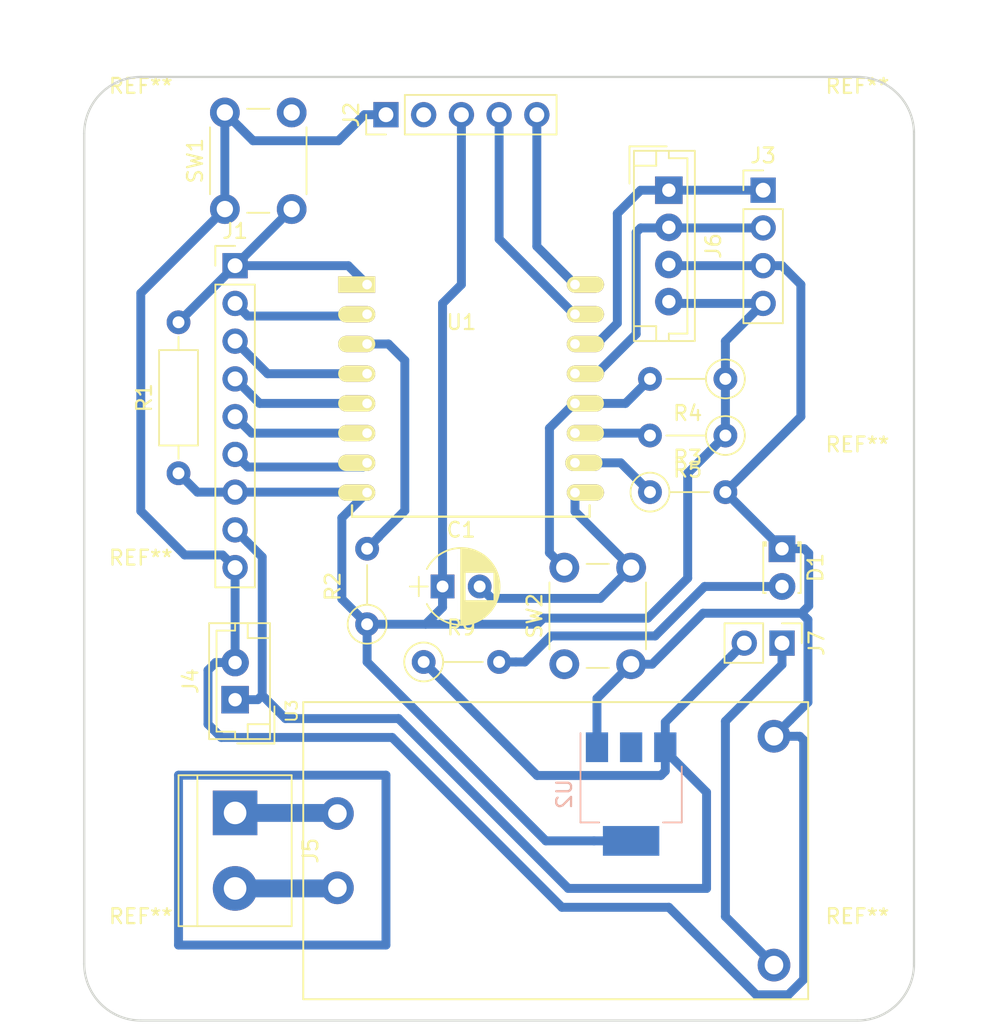
<source format=kicad_pcb>
(kicad_pcb (version 4) (host pcbnew 4.0.7)

  (general
    (links 54)
    (no_connects 4)
    (area 81.204999 53.264999 137.235001 116.915001)
    (thickness 1.6)
    (drawings 8)
    (tracks 166)
    (zones 0)
    (modules 26)
    (nets 23)
  )

  (page A4)
  (layers
    (0 F.Cu signal)
    (31 B.Cu signal)
    (32 B.Adhes user)
    (33 F.Adhes user)
    (34 B.Paste user)
    (35 F.Paste user)
    (36 B.SilkS user)
    (37 F.SilkS user)
    (38 B.Mask user)
    (39 F.Mask user)
    (40 Dwgs.User user)
    (41 Cmts.User user)
    (42 Eco1.User user)
    (43 Eco2.User user)
    (44 Edge.Cuts user)
    (45 Margin user)
    (46 B.CrtYd user)
    (47 F.CrtYd user)
    (48 B.Fab user)
    (49 F.Fab user)
  )

  (setup
    (last_trace_width 0.6)
    (trace_clearance 0.6)
    (zone_clearance 0.508)
    (zone_45_only no)
    (trace_min 0.2)
    (segment_width 0.2)
    (edge_width 0.15)
    (via_size 1.2)
    (via_drill 0.8)
    (via_min_size 0.4)
    (via_min_drill 0.3)
    (uvia_size 0.3)
    (uvia_drill 0.1)
    (uvias_allowed no)
    (uvia_min_size 0.2)
    (uvia_min_drill 0.1)
    (pcb_text_width 0.3)
    (pcb_text_size 1.5 1.5)
    (mod_edge_width 0.15)
    (mod_text_size 1 1)
    (mod_text_width 0.15)
    (pad_size 3.2 3.2)
    (pad_drill 3.2)
    (pad_to_mask_clearance 0.2)
    (aux_axis_origin 81.28 116.84)
    (grid_origin 81.28 116.84)
    (visible_elements 7FFFFFFF)
    (pcbplotparams
      (layerselection 0x01060_80000000)
      (usegerberextensions false)
      (excludeedgelayer true)
      (linewidth 0.100000)
      (plotframeref false)
      (viasonmask false)
      (mode 1)
      (useauxorigin true)
      (hpglpennumber 1)
      (hpglpenspeed 20)
      (hpglpendiameter 15)
      (hpglpenoverlay 2)
      (psnegative false)
      (psa4output false)
      (plotreference true)
      (plotvalue true)
      (plotinvisibletext false)
      (padsonsilk true)
      (subtractmaskfromsilk false)
      (outputformat 1)
      (mirror false)
      (drillshape 0)
      (scaleselection 1)
      (outputdirectory Gerber/))
  )

  (net 0 "")
  (net 1 GND)
  (net 2 GPIO5)
  (net 3 GPIO4)
  (net 4 GPIO13)
  (net 5 GPIO12)
  (net 6 GPIO14)
  (net 7 GPIO16)
  (net 8 ADC)
  (net 9 +3V3)
  (net 10 RXD)
  (net 11 TXD)
  (net 12 +5V)
  (net 13 "Net-(R2-Pad2)")
  (net 14 "Net-(R3-Pad1)")
  (net 15 "Net-(R4-Pad2)")
  (net 16 "Net-(R5-Pad2)")
  (net 17 "Net-(J5-Pad1)")
  (net 18 "Net-(J5-Pad2)")
  (net 19 "Net-(D1-Pad2)")
  (net 20 "Net-(J7-Pad1)")
  (net 21 RST)
  (net 22 "Net-(J2-Pad2)")

  (net_class Default "This is the default net class."
    (clearance 0.6)
    (trace_width 0.6)
    (via_dia 1.2)
    (via_drill 0.8)
    (uvia_dia 0.3)
    (uvia_drill 0.1)
    (add_net +3V3)
    (add_net +5V)
    (add_net ADC)
    (add_net GND)
    (add_net GPIO12)
    (add_net GPIO13)
    (add_net GPIO14)
    (add_net GPIO16)
    (add_net GPIO4)
    (add_net GPIO5)
    (add_net "Net-(D1-Pad2)")
    (add_net "Net-(J2-Pad2)")
    (add_net "Net-(J5-Pad1)")
    (add_net "Net-(J5-Pad2)")
    (add_net "Net-(J7-Pad1)")
    (add_net "Net-(R2-Pad2)")
    (add_net "Net-(R3-Pad1)")
    (add_net "Net-(R4-Pad2)")
    (add_net "Net-(R5-Pad2)")
    (add_net RST)
    (add_net RXD)
    (add_net TXD)
  )

  (net_class "Power Track" ""
    (clearance 5)
    (trace_width 2.5)
    (via_dia 1.2)
    (via_drill 0.8)
    (uvia_dia 0.3)
    (uvia_drill 0.1)
  )

  (module Mounting_Holes:MountingHole_2.2mm_M2 (layer F.Cu) (tedit 56D1B4CB) (tstamp 5A96E763)
    (at 85.09 88.9)
    (descr "Mounting Hole 2.2mm, no annular, M2")
    (tags "mounting hole 2.2mm no annular m2")
    (attr virtual)
    (fp_text reference REF** (at 0 -3.2) (layer F.SilkS)
      (effects (font (size 1 1) (thickness 0.15)))
    )
    (fp_text value MountingHole_2.2mm_M2 (at 0 3.2) (layer F.Fab)
      (effects (font (size 1 1) (thickness 0.15)))
    )
    (fp_text user %R (at 0 0) (layer F.Fab)
      (effects (font (size 1 1) (thickness 0.15)))
    )
    (fp_circle (center 0 0) (end 2.2 0) (layer Cmts.User) (width 0.15))
    (fp_circle (center 0 0) (end 2.45 0) (layer F.CrtYd) (width 0.05))
    (pad 1 np_thru_hole circle (at 0 0) (size 2.2 2.2) (drill 2.2) (layers *.Cu *.Mask))
  )

  (module Mounting_Holes:MountingHole_2.2mm_M2 (layer F.Cu) (tedit 56D1B4CB) (tstamp 5A96E75F)
    (at 133.35 81.28)
    (descr "Mounting Hole 2.2mm, no annular, M2")
    (tags "mounting hole 2.2mm no annular m2")
    (attr virtual)
    (fp_text reference REF** (at 0 -3.2) (layer F.SilkS)
      (effects (font (size 1 1) (thickness 0.15)))
    )
    (fp_text value MountingHole_2.2mm_M2 (at 0 3.2) (layer F.Fab)
      (effects (font (size 1 1) (thickness 0.15)))
    )
    (fp_text user %R (at 0.3 0) (layer F.Fab)
      (effects (font (size 1 1) (thickness 0.15)))
    )
    (fp_circle (center 0 0) (end 2.2 0) (layer Cmts.User) (width 0.15))
    (fp_circle (center 0 0) (end 2.45 0) (layer F.CrtYd) (width 0.05))
    (pad 1 np_thru_hole circle (at 0 0) (size 2.2 2.2) (drill 2.2) (layers *.Cu *.Mask))
  )

  (module "PowerSupply Custom:HLK-PM01" (layer F.Cu) (tedit 58C3763E) (tstamp 5A96BC19)
    (at 113.03 105.41)
    (path /5A851605)
    (fp_text reference U3 (at -17.78 -9.398 90) (layer F.SilkS)
      (effects (font (size 0.762 0.762) (thickness 0.127)))
    )
    (fp_text value HLK-PM03 (at 0 11) (layer F.Fab)
      (effects (font (size 0.762 0.762) (thickness 0.127)))
    )
    (fp_line (start 17 10) (end 17 -10) (layer F.SilkS) (width 0.127))
    (fp_line (start -17 -10) (end -17 10) (layer F.SilkS) (width 0.127))
    (fp_line (start -17 10) (end 17 10) (layer F.SilkS) (width 0.127))
    (fp_line (start 17 -10) (end -17 -10) (layer F.SilkS) (width 0.127))
    (pad 1 thru_hole circle (at -14.7 -2.5) (size 2.2 2.2) (drill 1.25) (layers *.Cu *.Mask)
      (net 17 "Net-(J5-Pad1)"))
    (pad 2 thru_hole circle (at -14.7 2.5) (size 2.2 2.2) (drill 1.25) (layers *.Cu *.Mask)
      (net 18 "Net-(J5-Pad2)"))
    (pad 3 thru_hole circle (at 14.7 -7.7) (size 2.2 2.2) (drill 1.25) (layers *.Cu *.Mask)
      (net 1 GND))
    (pad 4 thru_hole circle (at 14.7 7.7) (size 2.2 2.2) (drill 1.25) (layers *.Cu *.Mask)
      (net 20 "Net-(J7-Pad1)"))
    (model C:/Engineering/KiCAD_Libraries/3D/Power_Supplies/AC_DC_Converters/VRML/HLK-PM01.wrl
      (at (xyz 0 0 0))
      (scale (xyz 1 1 1))
      (rotate (xyz 0 0 0))
    )
  )

  (module Capacitors_THT:CP_Radial_D5.0mm_P2.50mm (layer F.Cu) (tedit 597BC7C2) (tstamp 5A96BB83)
    (at 105.41 87.63)
    (descr "CP, Radial series, Radial, pin pitch=2.50mm, , diameter=5mm, Electrolytic Capacitor")
    (tags "CP Radial series Radial pin pitch 2.50mm  diameter 5mm Electrolytic Capacitor")
    (path /5A84E4D8)
    (fp_text reference C1 (at 1.25 -3.81) (layer F.SilkS)
      (effects (font (size 1 1) (thickness 0.15)))
    )
    (fp_text value "22uF 10V" (at 1.25 3.81) (layer F.Fab)
      (effects (font (size 1 1) (thickness 0.15)))
    )
    (fp_arc (start 1.25 0) (end -1.05558 -1.18) (angle 125.8) (layer F.SilkS) (width 0.12))
    (fp_arc (start 1.25 0) (end -1.05558 1.18) (angle -125.8) (layer F.SilkS) (width 0.12))
    (fp_arc (start 1.25 0) (end 3.55558 -1.18) (angle 54.2) (layer F.SilkS) (width 0.12))
    (fp_circle (center 1.25 0) (end 3.75 0) (layer F.Fab) (width 0.1))
    (fp_line (start -2.2 0) (end -1 0) (layer F.Fab) (width 0.1))
    (fp_line (start -1.6 -0.65) (end -1.6 0.65) (layer F.Fab) (width 0.1))
    (fp_line (start 1.25 -2.55) (end 1.25 2.55) (layer F.SilkS) (width 0.12))
    (fp_line (start 1.29 -2.55) (end 1.29 2.55) (layer F.SilkS) (width 0.12))
    (fp_line (start 1.33 -2.549) (end 1.33 2.549) (layer F.SilkS) (width 0.12))
    (fp_line (start 1.37 -2.548) (end 1.37 2.548) (layer F.SilkS) (width 0.12))
    (fp_line (start 1.41 -2.546) (end 1.41 2.546) (layer F.SilkS) (width 0.12))
    (fp_line (start 1.45 -2.543) (end 1.45 2.543) (layer F.SilkS) (width 0.12))
    (fp_line (start 1.49 -2.539) (end 1.49 2.539) (layer F.SilkS) (width 0.12))
    (fp_line (start 1.53 -2.535) (end 1.53 -0.98) (layer F.SilkS) (width 0.12))
    (fp_line (start 1.53 0.98) (end 1.53 2.535) (layer F.SilkS) (width 0.12))
    (fp_line (start 1.57 -2.531) (end 1.57 -0.98) (layer F.SilkS) (width 0.12))
    (fp_line (start 1.57 0.98) (end 1.57 2.531) (layer F.SilkS) (width 0.12))
    (fp_line (start 1.61 -2.525) (end 1.61 -0.98) (layer F.SilkS) (width 0.12))
    (fp_line (start 1.61 0.98) (end 1.61 2.525) (layer F.SilkS) (width 0.12))
    (fp_line (start 1.65 -2.519) (end 1.65 -0.98) (layer F.SilkS) (width 0.12))
    (fp_line (start 1.65 0.98) (end 1.65 2.519) (layer F.SilkS) (width 0.12))
    (fp_line (start 1.69 -2.513) (end 1.69 -0.98) (layer F.SilkS) (width 0.12))
    (fp_line (start 1.69 0.98) (end 1.69 2.513) (layer F.SilkS) (width 0.12))
    (fp_line (start 1.73 -2.506) (end 1.73 -0.98) (layer F.SilkS) (width 0.12))
    (fp_line (start 1.73 0.98) (end 1.73 2.506) (layer F.SilkS) (width 0.12))
    (fp_line (start 1.77 -2.498) (end 1.77 -0.98) (layer F.SilkS) (width 0.12))
    (fp_line (start 1.77 0.98) (end 1.77 2.498) (layer F.SilkS) (width 0.12))
    (fp_line (start 1.81 -2.489) (end 1.81 -0.98) (layer F.SilkS) (width 0.12))
    (fp_line (start 1.81 0.98) (end 1.81 2.489) (layer F.SilkS) (width 0.12))
    (fp_line (start 1.85 -2.48) (end 1.85 -0.98) (layer F.SilkS) (width 0.12))
    (fp_line (start 1.85 0.98) (end 1.85 2.48) (layer F.SilkS) (width 0.12))
    (fp_line (start 1.89 -2.47) (end 1.89 -0.98) (layer F.SilkS) (width 0.12))
    (fp_line (start 1.89 0.98) (end 1.89 2.47) (layer F.SilkS) (width 0.12))
    (fp_line (start 1.93 -2.46) (end 1.93 -0.98) (layer F.SilkS) (width 0.12))
    (fp_line (start 1.93 0.98) (end 1.93 2.46) (layer F.SilkS) (width 0.12))
    (fp_line (start 1.971 -2.448) (end 1.971 -0.98) (layer F.SilkS) (width 0.12))
    (fp_line (start 1.971 0.98) (end 1.971 2.448) (layer F.SilkS) (width 0.12))
    (fp_line (start 2.011 -2.436) (end 2.011 -0.98) (layer F.SilkS) (width 0.12))
    (fp_line (start 2.011 0.98) (end 2.011 2.436) (layer F.SilkS) (width 0.12))
    (fp_line (start 2.051 -2.424) (end 2.051 -0.98) (layer F.SilkS) (width 0.12))
    (fp_line (start 2.051 0.98) (end 2.051 2.424) (layer F.SilkS) (width 0.12))
    (fp_line (start 2.091 -2.41) (end 2.091 -0.98) (layer F.SilkS) (width 0.12))
    (fp_line (start 2.091 0.98) (end 2.091 2.41) (layer F.SilkS) (width 0.12))
    (fp_line (start 2.131 -2.396) (end 2.131 -0.98) (layer F.SilkS) (width 0.12))
    (fp_line (start 2.131 0.98) (end 2.131 2.396) (layer F.SilkS) (width 0.12))
    (fp_line (start 2.171 -2.382) (end 2.171 -0.98) (layer F.SilkS) (width 0.12))
    (fp_line (start 2.171 0.98) (end 2.171 2.382) (layer F.SilkS) (width 0.12))
    (fp_line (start 2.211 -2.366) (end 2.211 -0.98) (layer F.SilkS) (width 0.12))
    (fp_line (start 2.211 0.98) (end 2.211 2.366) (layer F.SilkS) (width 0.12))
    (fp_line (start 2.251 -2.35) (end 2.251 -0.98) (layer F.SilkS) (width 0.12))
    (fp_line (start 2.251 0.98) (end 2.251 2.35) (layer F.SilkS) (width 0.12))
    (fp_line (start 2.291 -2.333) (end 2.291 -0.98) (layer F.SilkS) (width 0.12))
    (fp_line (start 2.291 0.98) (end 2.291 2.333) (layer F.SilkS) (width 0.12))
    (fp_line (start 2.331 -2.315) (end 2.331 -0.98) (layer F.SilkS) (width 0.12))
    (fp_line (start 2.331 0.98) (end 2.331 2.315) (layer F.SilkS) (width 0.12))
    (fp_line (start 2.371 -2.296) (end 2.371 -0.98) (layer F.SilkS) (width 0.12))
    (fp_line (start 2.371 0.98) (end 2.371 2.296) (layer F.SilkS) (width 0.12))
    (fp_line (start 2.411 -2.276) (end 2.411 -0.98) (layer F.SilkS) (width 0.12))
    (fp_line (start 2.411 0.98) (end 2.411 2.276) (layer F.SilkS) (width 0.12))
    (fp_line (start 2.451 -2.256) (end 2.451 -0.98) (layer F.SilkS) (width 0.12))
    (fp_line (start 2.451 0.98) (end 2.451 2.256) (layer F.SilkS) (width 0.12))
    (fp_line (start 2.491 -2.234) (end 2.491 -0.98) (layer F.SilkS) (width 0.12))
    (fp_line (start 2.491 0.98) (end 2.491 2.234) (layer F.SilkS) (width 0.12))
    (fp_line (start 2.531 -2.212) (end 2.531 -0.98) (layer F.SilkS) (width 0.12))
    (fp_line (start 2.531 0.98) (end 2.531 2.212) (layer F.SilkS) (width 0.12))
    (fp_line (start 2.571 -2.189) (end 2.571 -0.98) (layer F.SilkS) (width 0.12))
    (fp_line (start 2.571 0.98) (end 2.571 2.189) (layer F.SilkS) (width 0.12))
    (fp_line (start 2.611 -2.165) (end 2.611 -0.98) (layer F.SilkS) (width 0.12))
    (fp_line (start 2.611 0.98) (end 2.611 2.165) (layer F.SilkS) (width 0.12))
    (fp_line (start 2.651 -2.14) (end 2.651 -0.98) (layer F.SilkS) (width 0.12))
    (fp_line (start 2.651 0.98) (end 2.651 2.14) (layer F.SilkS) (width 0.12))
    (fp_line (start 2.691 -2.113) (end 2.691 -0.98) (layer F.SilkS) (width 0.12))
    (fp_line (start 2.691 0.98) (end 2.691 2.113) (layer F.SilkS) (width 0.12))
    (fp_line (start 2.731 -2.086) (end 2.731 -0.98) (layer F.SilkS) (width 0.12))
    (fp_line (start 2.731 0.98) (end 2.731 2.086) (layer F.SilkS) (width 0.12))
    (fp_line (start 2.771 -2.058) (end 2.771 -0.98) (layer F.SilkS) (width 0.12))
    (fp_line (start 2.771 0.98) (end 2.771 2.058) (layer F.SilkS) (width 0.12))
    (fp_line (start 2.811 -2.028) (end 2.811 -0.98) (layer F.SilkS) (width 0.12))
    (fp_line (start 2.811 0.98) (end 2.811 2.028) (layer F.SilkS) (width 0.12))
    (fp_line (start 2.851 -1.997) (end 2.851 -0.98) (layer F.SilkS) (width 0.12))
    (fp_line (start 2.851 0.98) (end 2.851 1.997) (layer F.SilkS) (width 0.12))
    (fp_line (start 2.891 -1.965) (end 2.891 -0.98) (layer F.SilkS) (width 0.12))
    (fp_line (start 2.891 0.98) (end 2.891 1.965) (layer F.SilkS) (width 0.12))
    (fp_line (start 2.931 -1.932) (end 2.931 -0.98) (layer F.SilkS) (width 0.12))
    (fp_line (start 2.931 0.98) (end 2.931 1.932) (layer F.SilkS) (width 0.12))
    (fp_line (start 2.971 -1.897) (end 2.971 -0.98) (layer F.SilkS) (width 0.12))
    (fp_line (start 2.971 0.98) (end 2.971 1.897) (layer F.SilkS) (width 0.12))
    (fp_line (start 3.011 -1.861) (end 3.011 -0.98) (layer F.SilkS) (width 0.12))
    (fp_line (start 3.011 0.98) (end 3.011 1.861) (layer F.SilkS) (width 0.12))
    (fp_line (start 3.051 -1.823) (end 3.051 -0.98) (layer F.SilkS) (width 0.12))
    (fp_line (start 3.051 0.98) (end 3.051 1.823) (layer F.SilkS) (width 0.12))
    (fp_line (start 3.091 -1.783) (end 3.091 -0.98) (layer F.SilkS) (width 0.12))
    (fp_line (start 3.091 0.98) (end 3.091 1.783) (layer F.SilkS) (width 0.12))
    (fp_line (start 3.131 -1.742) (end 3.131 -0.98) (layer F.SilkS) (width 0.12))
    (fp_line (start 3.131 0.98) (end 3.131 1.742) (layer F.SilkS) (width 0.12))
    (fp_line (start 3.171 -1.699) (end 3.171 -0.98) (layer F.SilkS) (width 0.12))
    (fp_line (start 3.171 0.98) (end 3.171 1.699) (layer F.SilkS) (width 0.12))
    (fp_line (start 3.211 -1.654) (end 3.211 -0.98) (layer F.SilkS) (width 0.12))
    (fp_line (start 3.211 0.98) (end 3.211 1.654) (layer F.SilkS) (width 0.12))
    (fp_line (start 3.251 -1.606) (end 3.251 -0.98) (layer F.SilkS) (width 0.12))
    (fp_line (start 3.251 0.98) (end 3.251 1.606) (layer F.SilkS) (width 0.12))
    (fp_line (start 3.291 -1.556) (end 3.291 -0.98) (layer F.SilkS) (width 0.12))
    (fp_line (start 3.291 0.98) (end 3.291 1.556) (layer F.SilkS) (width 0.12))
    (fp_line (start 3.331 -1.504) (end 3.331 -0.98) (layer F.SilkS) (width 0.12))
    (fp_line (start 3.331 0.98) (end 3.331 1.504) (layer F.SilkS) (width 0.12))
    (fp_line (start 3.371 -1.448) (end 3.371 -0.98) (layer F.SilkS) (width 0.12))
    (fp_line (start 3.371 0.98) (end 3.371 1.448) (layer F.SilkS) (width 0.12))
    (fp_line (start 3.411 -1.39) (end 3.411 -0.98) (layer F.SilkS) (width 0.12))
    (fp_line (start 3.411 0.98) (end 3.411 1.39) (layer F.SilkS) (width 0.12))
    (fp_line (start 3.451 -1.327) (end 3.451 -0.98) (layer F.SilkS) (width 0.12))
    (fp_line (start 3.451 0.98) (end 3.451 1.327) (layer F.SilkS) (width 0.12))
    (fp_line (start 3.491 -1.261) (end 3.491 1.261) (layer F.SilkS) (width 0.12))
    (fp_line (start 3.531 -1.189) (end 3.531 1.189) (layer F.SilkS) (width 0.12))
    (fp_line (start 3.571 -1.112) (end 3.571 1.112) (layer F.SilkS) (width 0.12))
    (fp_line (start 3.611 -1.028) (end 3.611 1.028) (layer F.SilkS) (width 0.12))
    (fp_line (start 3.651 -0.934) (end 3.651 0.934) (layer F.SilkS) (width 0.12))
    (fp_line (start 3.691 -0.829) (end 3.691 0.829) (layer F.SilkS) (width 0.12))
    (fp_line (start 3.731 -0.707) (end 3.731 0.707) (layer F.SilkS) (width 0.12))
    (fp_line (start 3.771 -0.559) (end 3.771 0.559) (layer F.SilkS) (width 0.12))
    (fp_line (start 3.811 -0.354) (end 3.811 0.354) (layer F.SilkS) (width 0.12))
    (fp_line (start -2.2 0) (end -1 0) (layer F.SilkS) (width 0.12))
    (fp_line (start -1.6 -0.65) (end -1.6 0.65) (layer F.SilkS) (width 0.12))
    (fp_line (start -1.6 -2.85) (end -1.6 2.85) (layer F.CrtYd) (width 0.05))
    (fp_line (start -1.6 2.85) (end 4.1 2.85) (layer F.CrtYd) (width 0.05))
    (fp_line (start 4.1 2.85) (end 4.1 -2.85) (layer F.CrtYd) (width 0.05))
    (fp_line (start 4.1 -2.85) (end -1.6 -2.85) (layer F.CrtYd) (width 0.05))
    (fp_text user %R (at 1.25 0) (layer F.Fab)
      (effects (font (size 1 1) (thickness 0.15)))
    )
    (pad 1 thru_hole rect (at 0 0) (size 1.6 1.6) (drill 0.8) (layers *.Cu *.Mask)
      (net 9 +3V3))
    (pad 2 thru_hole circle (at 2.5 0) (size 1.6 1.6) (drill 0.8) (layers *.Cu *.Mask)
      (net 1 GND))
    (model ${KISYS3DMOD}/Capacitors_THT.3dshapes/CP_Radial_D5.0mm_P2.50mm.wrl
      (at (xyz 0 0 0))
      (scale (xyz 1 1 1))
      (rotate (xyz 0 0 0))
    )
  )

  (module LEDs:LED_D1.8mm_W3.3mm_H2.4mm (layer F.Cu) (tedit 5880A862) (tstamp 5A96BB89)
    (at 128.27 85.09 270)
    (descr "LED, Round,  Rectangular size 3.3x2.4mm^2 diameter 1.8mm, 2 pins")
    (tags "LED Round  Rectangular size 3.3x2.4mm^2 diameter 1.8mm 2 pins")
    (path /5A942E27)
    (fp_text reference D1 (at 1.27 -2.26 270) (layer F.SilkS)
      (effects (font (size 1 1) (thickness 0.15)))
    )
    (fp_text value LED (at 1.27 2.26 270) (layer F.Fab)
      (effects (font (size 1 1) (thickness 0.15)))
    )
    (fp_circle (center 1.27 0) (end 2.17 0) (layer F.Fab) (width 0.1))
    (fp_line (start -0.38 -1.2) (end -0.38 1.2) (layer F.Fab) (width 0.1))
    (fp_line (start -0.38 1.2) (end 2.92 1.2) (layer F.Fab) (width 0.1))
    (fp_line (start 2.92 1.2) (end 2.92 -1.2) (layer F.Fab) (width 0.1))
    (fp_line (start 2.92 -1.2) (end -0.38 -1.2) (layer F.Fab) (width 0.1))
    (fp_line (start -0.44 -1.26) (end 2.98 -1.26) (layer F.SilkS) (width 0.12))
    (fp_line (start -0.44 1.26) (end 2.98 1.26) (layer F.SilkS) (width 0.12))
    (fp_line (start -0.44 -1.26) (end -0.44 -1.08) (layer F.SilkS) (width 0.12))
    (fp_line (start -0.44 1.08) (end -0.44 1.26) (layer F.SilkS) (width 0.12))
    (fp_line (start 2.98 -1.26) (end 2.98 -1.095) (layer F.SilkS) (width 0.12))
    (fp_line (start 2.98 1.095) (end 2.98 1.26) (layer F.SilkS) (width 0.12))
    (fp_line (start -0.32 -1.26) (end -0.32 -1.08) (layer F.SilkS) (width 0.12))
    (fp_line (start -0.32 1.08) (end -0.32 1.26) (layer F.SilkS) (width 0.12))
    (fp_line (start -0.2 -1.26) (end -0.2 -1.08) (layer F.SilkS) (width 0.12))
    (fp_line (start -0.2 1.08) (end -0.2 1.26) (layer F.SilkS) (width 0.12))
    (fp_line (start -1.15 -1.55) (end -1.15 1.55) (layer F.CrtYd) (width 0.05))
    (fp_line (start -1.15 1.55) (end 3.7 1.55) (layer F.CrtYd) (width 0.05))
    (fp_line (start 3.7 1.55) (end 3.7 -1.55) (layer F.CrtYd) (width 0.05))
    (fp_line (start 3.7 -1.55) (end -1.15 -1.55) (layer F.CrtYd) (width 0.05))
    (pad 1 thru_hole rect (at 0 0 270) (size 1.8 1.8) (drill 0.9) (layers *.Cu *.Mask)
      (net 1 GND))
    (pad 2 thru_hole circle (at 2.54 0 270) (size 1.8 1.8) (drill 0.9) (layers *.Cu *.Mask)
      (net 19 "Net-(D1-Pad2)"))
    (model ${KISYS3DMOD}/LEDs.3dshapes/LED_D1.8mm_W3.3mm_H2.4mm.wrl
      (at (xyz 0 0 0))
      (scale (xyz 0.393701 0.393701 0.393701))
      (rotate (xyz 0 0 0))
    )
  )

  (module Pin_Headers:Pin_Header_Straight_1x09_Pitch2.54mm (layer F.Cu) (tedit 59650532) (tstamp 5A96BB96)
    (at 91.44 66.04)
    (descr "Through hole straight pin header, 1x09, 2.54mm pitch, single row")
    (tags "Through hole pin header THT 1x09 2.54mm single row")
    (path /5A96D2BC)
    (fp_text reference J1 (at 0 -2.33) (layer F.SilkS)
      (effects (font (size 1 1) (thickness 0.15)))
    )
    (fp_text value Conn_01x09_Female (at 0 22.65) (layer F.Fab)
      (effects (font (size 1 1) (thickness 0.15)))
    )
    (fp_line (start -0.635 -1.27) (end 1.27 -1.27) (layer F.Fab) (width 0.1))
    (fp_line (start 1.27 -1.27) (end 1.27 21.59) (layer F.Fab) (width 0.1))
    (fp_line (start 1.27 21.59) (end -1.27 21.59) (layer F.Fab) (width 0.1))
    (fp_line (start -1.27 21.59) (end -1.27 -0.635) (layer F.Fab) (width 0.1))
    (fp_line (start -1.27 -0.635) (end -0.635 -1.27) (layer F.Fab) (width 0.1))
    (fp_line (start -1.33 21.65) (end 1.33 21.65) (layer F.SilkS) (width 0.12))
    (fp_line (start -1.33 1.27) (end -1.33 21.65) (layer F.SilkS) (width 0.12))
    (fp_line (start 1.33 1.27) (end 1.33 21.65) (layer F.SilkS) (width 0.12))
    (fp_line (start -1.33 1.27) (end 1.33 1.27) (layer F.SilkS) (width 0.12))
    (fp_line (start -1.33 0) (end -1.33 -1.33) (layer F.SilkS) (width 0.12))
    (fp_line (start -1.33 -1.33) (end 0 -1.33) (layer F.SilkS) (width 0.12))
    (fp_line (start -1.8 -1.8) (end -1.8 22.1) (layer F.CrtYd) (width 0.05))
    (fp_line (start -1.8 22.1) (end 1.8 22.1) (layer F.CrtYd) (width 0.05))
    (fp_line (start 1.8 22.1) (end 1.8 -1.8) (layer F.CrtYd) (width 0.05))
    (fp_line (start 1.8 -1.8) (end -1.8 -1.8) (layer F.CrtYd) (width 0.05))
    (fp_text user %R (at 0 10.16 90) (layer F.Fab)
      (effects (font (size 1 1) (thickness 0.15)))
    )
    (pad 1 thru_hole rect (at 0 0) (size 1.7 1.7) (drill 1) (layers *.Cu *.Mask)
      (net 21 RST))
    (pad 2 thru_hole oval (at 0 2.54) (size 1.7 1.7) (drill 1) (layers *.Cu *.Mask)
      (net 8 ADC))
    (pad 3 thru_hole oval (at 0 5.08) (size 1.7 1.7) (drill 1) (layers *.Cu *.Mask)
      (net 7 GPIO16))
    (pad 4 thru_hole oval (at 0 7.62) (size 1.7 1.7) (drill 1) (layers *.Cu *.Mask)
      (net 6 GPIO14))
    (pad 5 thru_hole oval (at 0 10.16) (size 1.7 1.7) (drill 1) (layers *.Cu *.Mask)
      (net 5 GPIO12))
    (pad 6 thru_hole oval (at 0 12.7) (size 1.7 1.7) (drill 1) (layers *.Cu *.Mask)
      (net 4 GPIO13))
    (pad 7 thru_hole oval (at 0 15.24) (size 1.7 1.7) (drill 1) (layers *.Cu *.Mask)
      (net 9 +3V3))
    (pad 8 thru_hole oval (at 0 17.78) (size 1.7 1.7) (drill 1) (layers *.Cu *.Mask)
      (net 12 +5V))
    (pad 9 thru_hole oval (at 0 20.32) (size 1.7 1.7) (drill 1) (layers *.Cu *.Mask)
      (net 1 GND))
    (model ${KISYS3DMOD}/Pin_Headers.3dshapes/Pin_Header_Straight_1x09_Pitch2.54mm.wrl
      (at (xyz 0 0 0))
      (scale (xyz 1 1 1))
      (rotate (xyz 0 0 0))
    )
  )

  (module Pin_Headers:Pin_Header_Straight_1x05_Pitch2.54mm (layer F.Cu) (tedit 59650532) (tstamp 5A96BB9F)
    (at 101.6 55.88 90)
    (descr "Through hole straight pin header, 1x05, 2.54mm pitch, single row")
    (tags "Through hole pin header THT 1x05 2.54mm single row")
    (path /5A96C10D)
    (fp_text reference J2 (at 0 -2.33 90) (layer F.SilkS)
      (effects (font (size 1 1) (thickness 0.15)))
    )
    (fp_text value Conn_01x05_Female (at 0 12.49 90) (layer F.Fab)
      (effects (font (size 1 1) (thickness 0.15)))
    )
    (fp_line (start -0.635 -1.27) (end 1.27 -1.27) (layer F.Fab) (width 0.1))
    (fp_line (start 1.27 -1.27) (end 1.27 11.43) (layer F.Fab) (width 0.1))
    (fp_line (start 1.27 11.43) (end -1.27 11.43) (layer F.Fab) (width 0.1))
    (fp_line (start -1.27 11.43) (end -1.27 -0.635) (layer F.Fab) (width 0.1))
    (fp_line (start -1.27 -0.635) (end -0.635 -1.27) (layer F.Fab) (width 0.1))
    (fp_line (start -1.33 11.49) (end 1.33 11.49) (layer F.SilkS) (width 0.12))
    (fp_line (start -1.33 1.27) (end -1.33 11.49) (layer F.SilkS) (width 0.12))
    (fp_line (start 1.33 1.27) (end 1.33 11.49) (layer F.SilkS) (width 0.12))
    (fp_line (start -1.33 1.27) (end 1.33 1.27) (layer F.SilkS) (width 0.12))
    (fp_line (start -1.33 0) (end -1.33 -1.33) (layer F.SilkS) (width 0.12))
    (fp_line (start -1.33 -1.33) (end 0 -1.33) (layer F.SilkS) (width 0.12))
    (fp_line (start -1.8 -1.8) (end -1.8 11.95) (layer F.CrtYd) (width 0.05))
    (fp_line (start -1.8 11.95) (end 1.8 11.95) (layer F.CrtYd) (width 0.05))
    (fp_line (start 1.8 11.95) (end 1.8 -1.8) (layer F.CrtYd) (width 0.05))
    (fp_line (start 1.8 -1.8) (end -1.8 -1.8) (layer F.CrtYd) (width 0.05))
    (fp_text user %R (at 0 5.08 180) (layer F.Fab)
      (effects (font (size 1 1) (thickness 0.15)))
    )
    (pad 1 thru_hole rect (at 0 0 90) (size 1.7 1.7) (drill 1) (layers *.Cu *.Mask)
      (net 1 GND))
    (pad 2 thru_hole oval (at 0 2.54 90) (size 1.7 1.7) (drill 1) (layers *.Cu *.Mask)
      (net 22 "Net-(J2-Pad2)"))
    (pad 3 thru_hole oval (at 0 5.08 90) (size 1.7 1.7) (drill 1) (layers *.Cu *.Mask)
      (net 9 +3V3))
    (pad 4 thru_hole oval (at 0 7.62 90) (size 1.7 1.7) (drill 1) (layers *.Cu *.Mask)
      (net 10 RXD))
    (pad 5 thru_hole oval (at 0 10.16 90) (size 1.7 1.7) (drill 1) (layers *.Cu *.Mask)
      (net 11 TXD))
    (model ${KISYS3DMOD}/Pin_Headers.3dshapes/Pin_Header_Straight_1x05_Pitch2.54mm.wrl
      (at (xyz 0 0 0))
      (scale (xyz 1 1 1))
      (rotate (xyz 0 0 0))
    )
  )

  (module Pin_Headers:Pin_Header_Straight_1x04_Pitch2.54mm (layer F.Cu) (tedit 59650532) (tstamp 5A96BBA7)
    (at 127 60.96)
    (descr "Through hole straight pin header, 1x04, 2.54mm pitch, single row")
    (tags "Through hole pin header THT 1x04 2.54mm single row")
    (path /5A96C35A)
    (fp_text reference J3 (at 0 -2.33) (layer F.SilkS)
      (effects (font (size 1 1) (thickness 0.15)))
    )
    (fp_text value Conn_01x04_Female (at 0 9.95) (layer F.Fab)
      (effects (font (size 1 1) (thickness 0.15)))
    )
    (fp_line (start -0.635 -1.27) (end 1.27 -1.27) (layer F.Fab) (width 0.1))
    (fp_line (start 1.27 -1.27) (end 1.27 8.89) (layer F.Fab) (width 0.1))
    (fp_line (start 1.27 8.89) (end -1.27 8.89) (layer F.Fab) (width 0.1))
    (fp_line (start -1.27 8.89) (end -1.27 -0.635) (layer F.Fab) (width 0.1))
    (fp_line (start -1.27 -0.635) (end -0.635 -1.27) (layer F.Fab) (width 0.1))
    (fp_line (start -1.33 8.95) (end 1.33 8.95) (layer F.SilkS) (width 0.12))
    (fp_line (start -1.33 1.27) (end -1.33 8.95) (layer F.SilkS) (width 0.12))
    (fp_line (start 1.33 1.27) (end 1.33 8.95) (layer F.SilkS) (width 0.12))
    (fp_line (start -1.33 1.27) (end 1.33 1.27) (layer F.SilkS) (width 0.12))
    (fp_line (start -1.33 0) (end -1.33 -1.33) (layer F.SilkS) (width 0.12))
    (fp_line (start -1.33 -1.33) (end 0 -1.33) (layer F.SilkS) (width 0.12))
    (fp_line (start -1.8 -1.8) (end -1.8 9.4) (layer F.CrtYd) (width 0.05))
    (fp_line (start -1.8 9.4) (end 1.8 9.4) (layer F.CrtYd) (width 0.05))
    (fp_line (start 1.8 9.4) (end 1.8 -1.8) (layer F.CrtYd) (width 0.05))
    (fp_line (start 1.8 -1.8) (end -1.8 -1.8) (layer F.CrtYd) (width 0.05))
    (fp_text user %R (at 0 3.81 90) (layer F.Fab)
      (effects (font (size 1 1) (thickness 0.15)))
    )
    (pad 1 thru_hole rect (at 0 0) (size 1.7 1.7) (drill 1) (layers *.Cu *.Mask)
      (net 2 GPIO5))
    (pad 2 thru_hole oval (at 0 2.54) (size 1.7 1.7) (drill 1) (layers *.Cu *.Mask)
      (net 3 GPIO4))
    (pad 3 thru_hole oval (at 0 5.08) (size 1.7 1.7) (drill 1) (layers *.Cu *.Mask)
      (net 1 GND))
    (pad 4 thru_hole oval (at 0 7.62) (size 1.7 1.7) (drill 1) (layers *.Cu *.Mask)
      (net 9 +3V3))
    (model ${KISYS3DMOD}/Pin_Headers.3dshapes/Pin_Header_Straight_1x04_Pitch2.54mm.wrl
      (at (xyz 0 0 0))
      (scale (xyz 1 1 1))
      (rotate (xyz 0 0 0))
    )
  )

  (module Connectors_JST:JST_EH_B02B-EH-A_02x2.50mm_Straight (layer F.Cu) (tedit 58A3B0B5) (tstamp 5A96BBAD)
    (at 91.44 95.25 90)
    (descr "JST EH series connector, B02B-EH-A, 2.50mm pitch, top entry")
    (tags "connector jst eh top vertical straight")
    (path /5A84E0C8)
    (fp_text reference J4 (at 1.25 -3 90) (layer F.SilkS)
      (effects (font (size 1 1) (thickness 0.15)))
    )
    (fp_text value Conn_01x02_Male (at 1.25 3.5 90) (layer F.Fab)
      (effects (font (size 1 1) (thickness 0.15)))
    )
    (fp_text user %R (at 1.25 -3 90) (layer F.Fab)
      (effects (font (size 1 1) (thickness 0.15)))
    )
    (fp_line (start -2.5 -1.6) (end -2.5 2.2) (layer F.Fab) (width 0.1))
    (fp_line (start -2.5 2.2) (end 5 2.2) (layer F.Fab) (width 0.1))
    (fp_line (start 5 2.2) (end 5 -1.6) (layer F.Fab) (width 0.1))
    (fp_line (start 5 -1.6) (end -2.5 -1.6) (layer F.Fab) (width 0.1))
    (fp_line (start -2.65 -1.75) (end -2.65 2.35) (layer F.SilkS) (width 0.12))
    (fp_line (start -2.65 2.35) (end 5.15 2.35) (layer F.SilkS) (width 0.12))
    (fp_line (start 5.15 2.35) (end 5.15 -1.75) (layer F.SilkS) (width 0.12))
    (fp_line (start 5.15 -1.75) (end -2.65 -1.75) (layer F.SilkS) (width 0.12))
    (fp_line (start -2.65 0) (end -2.15 0) (layer F.SilkS) (width 0.12))
    (fp_line (start -2.15 0) (end -2.15 -1.25) (layer F.SilkS) (width 0.12))
    (fp_line (start -2.15 -1.25) (end 4.65 -1.25) (layer F.SilkS) (width 0.12))
    (fp_line (start 4.65 -1.25) (end 4.65 0) (layer F.SilkS) (width 0.12))
    (fp_line (start 4.65 0) (end 5.15 0) (layer F.SilkS) (width 0.12))
    (fp_line (start -2.65 0.85) (end -1.65 0.85) (layer F.SilkS) (width 0.12))
    (fp_line (start -1.65 0.85) (end -1.65 2.35) (layer F.SilkS) (width 0.12))
    (fp_line (start 5.15 0.85) (end 4.15 0.85) (layer F.SilkS) (width 0.12))
    (fp_line (start 4.15 0.85) (end 4.15 2.35) (layer F.SilkS) (width 0.12))
    (fp_line (start -2.95 0.15) (end -2.95 2.65) (layer F.SilkS) (width 0.12))
    (fp_line (start -2.95 2.65) (end -0.45 2.65) (layer F.SilkS) (width 0.12))
    (fp_line (start -2.95 0.15) (end -2.95 2.65) (layer F.Fab) (width 0.1))
    (fp_line (start -2.95 2.65) (end -0.45 2.65) (layer F.Fab) (width 0.1))
    (fp_line (start -3.15 -2.25) (end -3.15 2.85) (layer F.CrtYd) (width 0.05))
    (fp_line (start -3.15 2.85) (end 5.65 2.85) (layer F.CrtYd) (width 0.05))
    (fp_line (start 5.65 2.85) (end 5.65 -2.25) (layer F.CrtYd) (width 0.05))
    (fp_line (start 5.65 -2.25) (end -3.15 -2.25) (layer F.CrtYd) (width 0.05))
    (pad 1 thru_hole rect (at 0 0 90) (size 1.85 1.85) (drill 0.9) (layers *.Cu *.Mask)
      (net 12 +5V))
    (pad 2 thru_hole circle (at 2.5 0 90) (size 1.85 1.85) (drill 0.9) (layers *.Cu *.Mask)
      (net 1 GND))
    (model Connectors_JST.3dshapes/JST_EH_B02B-EH-A_02x2.50mm_Straight.wrl
      (at (xyz 0 0 0))
      (scale (xyz 1 1 1))
      (rotate (xyz 0 0 0))
    )
  )

  (module Connectors_Terminal_Blocks:TerminalBlock_bornier-2_P5.08mm (layer F.Cu) (tedit 59FF03AB) (tstamp 5A96BBB3)
    (at 91.44 102.87 270)
    (descr "simple 2-pin terminal block, pitch 5.08mm, revamped version of bornier2")
    (tags "terminal block bornier2")
    (path /5A85177C)
    (fp_text reference J5 (at 2.54 -5.08 270) (layer F.SilkS)
      (effects (font (size 1 1) (thickness 0.15)))
    )
    (fp_text value Conn_01x02 (at 2.54 5.08 270) (layer F.Fab)
      (effects (font (size 1 1) (thickness 0.15)))
    )
    (fp_text user %R (at 2.54 0 270) (layer F.Fab)
      (effects (font (size 1 1) (thickness 0.15)))
    )
    (fp_line (start -2.41 2.55) (end 7.49 2.55) (layer F.Fab) (width 0.1))
    (fp_line (start -2.46 -3.75) (end -2.46 3.75) (layer F.Fab) (width 0.1))
    (fp_line (start -2.46 3.75) (end 7.54 3.75) (layer F.Fab) (width 0.1))
    (fp_line (start 7.54 3.75) (end 7.54 -3.75) (layer F.Fab) (width 0.1))
    (fp_line (start 7.54 -3.75) (end -2.46 -3.75) (layer F.Fab) (width 0.1))
    (fp_line (start 7.62 2.54) (end -2.54 2.54) (layer F.SilkS) (width 0.12))
    (fp_line (start 7.62 3.81) (end 7.62 -3.81) (layer F.SilkS) (width 0.12))
    (fp_line (start 7.62 -3.81) (end -2.54 -3.81) (layer F.SilkS) (width 0.12))
    (fp_line (start -2.54 -3.81) (end -2.54 3.81) (layer F.SilkS) (width 0.12))
    (fp_line (start -2.54 3.81) (end 7.62 3.81) (layer F.SilkS) (width 0.12))
    (fp_line (start -2.71 -4) (end 7.79 -4) (layer F.CrtYd) (width 0.05))
    (fp_line (start -2.71 -4) (end -2.71 4) (layer F.CrtYd) (width 0.05))
    (fp_line (start 7.79 4) (end 7.79 -4) (layer F.CrtYd) (width 0.05))
    (fp_line (start 7.79 4) (end -2.71 4) (layer F.CrtYd) (width 0.05))
    (pad 1 thru_hole rect (at 0 0 270) (size 3 3) (drill 1.52) (layers *.Cu *.Mask)
      (net 17 "Net-(J5-Pad1)"))
    (pad 2 thru_hole circle (at 5.08 0 270) (size 3 3) (drill 1.52) (layers *.Cu *.Mask)
      (net 18 "Net-(J5-Pad2)"))
    (model ${KISYS3DMOD}/Terminal_Blocks.3dshapes/TerminalBlock_bornier-2_P5.08mm.wrl
      (at (xyz 0.1 0 0))
      (scale (xyz 1 1 1))
      (rotate (xyz 0 0 0))
    )
  )

  (module Pin_Headers:Pin_Header_Straight_1x02_Pitch2.54mm (layer F.Cu) (tedit 59650532) (tstamp 5A96BBC1)
    (at 128.27 91.44 270)
    (descr "Through hole straight pin header, 1x02, 2.54mm pitch, single row")
    (tags "Through hole pin header THT 1x02 2.54mm single row")
    (path /5A9437E4)
    (fp_text reference J7 (at 0 -2.33 270) (layer F.SilkS)
      (effects (font (size 1 1) (thickness 0.15)))
    )
    (fp_text value Conn_01x02 (at 0 4.87 270) (layer F.Fab)
      (effects (font (size 1 1) (thickness 0.15)))
    )
    (fp_line (start -0.635 -1.27) (end 1.27 -1.27) (layer F.Fab) (width 0.1))
    (fp_line (start 1.27 -1.27) (end 1.27 3.81) (layer F.Fab) (width 0.1))
    (fp_line (start 1.27 3.81) (end -1.27 3.81) (layer F.Fab) (width 0.1))
    (fp_line (start -1.27 3.81) (end -1.27 -0.635) (layer F.Fab) (width 0.1))
    (fp_line (start -1.27 -0.635) (end -0.635 -1.27) (layer F.Fab) (width 0.1))
    (fp_line (start -1.33 3.87) (end 1.33 3.87) (layer F.SilkS) (width 0.12))
    (fp_line (start -1.33 1.27) (end -1.33 3.87) (layer F.SilkS) (width 0.12))
    (fp_line (start 1.33 1.27) (end 1.33 3.87) (layer F.SilkS) (width 0.12))
    (fp_line (start -1.33 1.27) (end 1.33 1.27) (layer F.SilkS) (width 0.12))
    (fp_line (start -1.33 0) (end -1.33 -1.33) (layer F.SilkS) (width 0.12))
    (fp_line (start -1.33 -1.33) (end 0 -1.33) (layer F.SilkS) (width 0.12))
    (fp_line (start -1.8 -1.8) (end -1.8 4.35) (layer F.CrtYd) (width 0.05))
    (fp_line (start -1.8 4.35) (end 1.8 4.35) (layer F.CrtYd) (width 0.05))
    (fp_line (start 1.8 4.35) (end 1.8 -1.8) (layer F.CrtYd) (width 0.05))
    (fp_line (start 1.8 -1.8) (end -1.8 -1.8) (layer F.CrtYd) (width 0.05))
    (fp_text user %R (at 0 1.27 540) (layer F.Fab)
      (effects (font (size 1 1) (thickness 0.15)))
    )
    (pad 1 thru_hole rect (at 0 0 270) (size 1.7 1.7) (drill 1) (layers *.Cu *.Mask)
      (net 20 "Net-(J7-Pad1)"))
    (pad 2 thru_hole oval (at 0 2.54 270) (size 1.7 1.7) (drill 1) (layers *.Cu *.Mask)
      (net 12 +5V))
    (model ${KISYS3DMOD}/Pin_Headers.3dshapes/Pin_Header_Straight_1x02_Pitch2.54mm.wrl
      (at (xyz 0 0 0))
      (scale (xyz 1 1 1))
      (rotate (xyz 0 0 0))
    )
  )

  (module Buttons_Switches_THT:SW_PUSH_6mm (layer F.Cu) (tedit 5923F252) (tstamp 5A96BBED)
    (at 90.75 62.23 90)
    (descr https://www.omron.com/ecb/products/pdf/en-b3f.pdf)
    (tags "tact sw push 6mm")
    (path /5A8447C0)
    (fp_text reference SW1 (at 3.25 -2 90) (layer F.SilkS)
      (effects (font (size 1 1) (thickness 0.15)))
    )
    (fp_text value REST (at 3.75 6.7 90) (layer F.Fab)
      (effects (font (size 1 1) (thickness 0.15)))
    )
    (fp_text user %R (at 3.81 2.54 90) (layer F.Fab)
      (effects (font (size 1 1) (thickness 0.15)))
    )
    (fp_line (start 3.25 -0.75) (end 6.25 -0.75) (layer F.Fab) (width 0.1))
    (fp_line (start 6.25 -0.75) (end 6.25 5.25) (layer F.Fab) (width 0.1))
    (fp_line (start 6.25 5.25) (end 0.25 5.25) (layer F.Fab) (width 0.1))
    (fp_line (start 0.25 5.25) (end 0.25 -0.75) (layer F.Fab) (width 0.1))
    (fp_line (start 0.25 -0.75) (end 3.25 -0.75) (layer F.Fab) (width 0.1))
    (fp_line (start 7.75 6) (end 8 6) (layer F.CrtYd) (width 0.05))
    (fp_line (start 8 6) (end 8 5.75) (layer F.CrtYd) (width 0.05))
    (fp_line (start 7.75 -1.5) (end 8 -1.5) (layer F.CrtYd) (width 0.05))
    (fp_line (start 8 -1.5) (end 8 -1.25) (layer F.CrtYd) (width 0.05))
    (fp_line (start -1.5 -1.25) (end -1.5 -1.5) (layer F.CrtYd) (width 0.05))
    (fp_line (start -1.5 -1.5) (end -1.25 -1.5) (layer F.CrtYd) (width 0.05))
    (fp_line (start -1.5 5.75) (end -1.5 6) (layer F.CrtYd) (width 0.05))
    (fp_line (start -1.5 6) (end -1.25 6) (layer F.CrtYd) (width 0.05))
    (fp_line (start -1.25 -1.5) (end 7.75 -1.5) (layer F.CrtYd) (width 0.05))
    (fp_line (start -1.5 5.75) (end -1.5 -1.25) (layer F.CrtYd) (width 0.05))
    (fp_line (start 7.75 6) (end -1.25 6) (layer F.CrtYd) (width 0.05))
    (fp_line (start 8 -1.25) (end 8 5.75) (layer F.CrtYd) (width 0.05))
    (fp_line (start 1 5.5) (end 5.5 5.5) (layer F.SilkS) (width 0.12))
    (fp_line (start -0.25 1.5) (end -0.25 3) (layer F.SilkS) (width 0.12))
    (fp_line (start 5.5 -1) (end 1 -1) (layer F.SilkS) (width 0.12))
    (fp_line (start 6.75 3) (end 6.75 1.5) (layer F.SilkS) (width 0.12))
    (fp_circle (center 3.25 2.25) (end 1.25 2.5) (layer F.Fab) (width 0.1))
    (pad 2 thru_hole circle (at 0 4.5 180) (size 2 2) (drill 1.1) (layers *.Cu *.Mask)
      (net 21 RST))
    (pad 1 thru_hole circle (at 0 0 180) (size 2 2) (drill 1.1) (layers *.Cu *.Mask)
      (net 1 GND))
    (pad 2 thru_hole circle (at 6.5 4.5 180) (size 2 2) (drill 1.1) (layers *.Cu *.Mask)
      (net 21 RST))
    (pad 1 thru_hole circle (at 6.5 0 180) (size 2 2) (drill 1.1) (layers *.Cu *.Mask)
      (net 1 GND))
    (model ${KISYS3DMOD}/Buttons_Switches_THT.3dshapes/SW_PUSH_6mm.wrl
      (at (xyz 0.005 0 0))
      (scale (xyz 0.3937 0.3937 0.3937))
      (rotate (xyz 0 0 0))
    )
  )

  (module Buttons_Switches_THT:SW_PUSH_6mm (layer F.Cu) (tedit 5923F252) (tstamp 5A96BBF5)
    (at 113.61 92.86 90)
    (descr https://www.omron.com/ecb/products/pdf/en-b3f.pdf)
    (tags "tact sw push 6mm")
    (path /5A84469A)
    (fp_text reference SW2 (at 3.25 -2 90) (layer F.SilkS)
      (effects (font (size 1 1) (thickness 0.15)))
    )
    (fp_text value PGM (at 3.75 6.7 90) (layer F.Fab)
      (effects (font (size 1 1) (thickness 0.15)))
    )
    (fp_text user %R (at 3.25 2.25 90) (layer F.Fab)
      (effects (font (size 1 1) (thickness 0.15)))
    )
    (fp_line (start 3.25 -0.75) (end 6.25 -0.75) (layer F.Fab) (width 0.1))
    (fp_line (start 6.25 -0.75) (end 6.25 5.25) (layer F.Fab) (width 0.1))
    (fp_line (start 6.25 5.25) (end 0.25 5.25) (layer F.Fab) (width 0.1))
    (fp_line (start 0.25 5.25) (end 0.25 -0.75) (layer F.Fab) (width 0.1))
    (fp_line (start 0.25 -0.75) (end 3.25 -0.75) (layer F.Fab) (width 0.1))
    (fp_line (start 7.75 6) (end 8 6) (layer F.CrtYd) (width 0.05))
    (fp_line (start 8 6) (end 8 5.75) (layer F.CrtYd) (width 0.05))
    (fp_line (start 7.75 -1.5) (end 8 -1.5) (layer F.CrtYd) (width 0.05))
    (fp_line (start 8 -1.5) (end 8 -1.25) (layer F.CrtYd) (width 0.05))
    (fp_line (start -1.5 -1.25) (end -1.5 -1.5) (layer F.CrtYd) (width 0.05))
    (fp_line (start -1.5 -1.5) (end -1.25 -1.5) (layer F.CrtYd) (width 0.05))
    (fp_line (start -1.5 5.75) (end -1.5 6) (layer F.CrtYd) (width 0.05))
    (fp_line (start -1.5 6) (end -1.25 6) (layer F.CrtYd) (width 0.05))
    (fp_line (start -1.25 -1.5) (end 7.75 -1.5) (layer F.CrtYd) (width 0.05))
    (fp_line (start -1.5 5.75) (end -1.5 -1.25) (layer F.CrtYd) (width 0.05))
    (fp_line (start 7.75 6) (end -1.25 6) (layer F.CrtYd) (width 0.05))
    (fp_line (start 8 -1.25) (end 8 5.75) (layer F.CrtYd) (width 0.05))
    (fp_line (start 1 5.5) (end 5.5 5.5) (layer F.SilkS) (width 0.12))
    (fp_line (start -0.25 1.5) (end -0.25 3) (layer F.SilkS) (width 0.12))
    (fp_line (start 5.5 -1) (end 1 -1) (layer F.SilkS) (width 0.12))
    (fp_line (start 6.75 3) (end 6.75 1.5) (layer F.SilkS) (width 0.12))
    (fp_circle (center 3.25 2.25) (end 1.25 2.5) (layer F.Fab) (width 0.1))
    (pad 2 thru_hole circle (at 0 4.5 180) (size 2 2) (drill 1.1) (layers *.Cu *.Mask)
      (net 1 GND))
    (pad 1 thru_hole circle (at 0 0 180) (size 2 2) (drill 1.1) (layers *.Cu *.Mask)
      (net 15 "Net-(R4-Pad2)"))
    (pad 2 thru_hole circle (at 6.5 4.5 180) (size 2 2) (drill 1.1) (layers *.Cu *.Mask)
      (net 1 GND))
    (pad 1 thru_hole circle (at 6.5 0 180) (size 2 2) (drill 1.1) (layers *.Cu *.Mask)
      (net 15 "Net-(R4-Pad2)"))
    (model ${KISYS3DMOD}/Buttons_Switches_THT.3dshapes/SW_PUSH_6mm.wrl
      (at (xyz 0.005 0 0))
      (scale (xyz 0.3937 0.3937 0.3937))
      (rotate (xyz 0 0 0))
    )
  )

  (module .pretty:ESP-12E placed (layer F.Cu) (tedit 5A8CD055) (tstamp 5A96BC09)
    (at 100.33 67.31)
    (descr "Module, ESP-8266, ESP-12, 16 pad, SMD")
    (tags "Module ESP-8266 ESP8266")
    (path /5A8441BD)
    (fp_text reference U1 (at 6.35 2.54) (layer F.SilkS)
      (effects (font (size 1 1) (thickness 0.15)))
    )
    (fp_text value ESP-12E (at 6.35 6.35) (layer F.Fab) hide
      (effects (font (size 1 1) (thickness 0.15)))
    )
    (fp_line (start -2.25 -0.5) (end -2.25 -8.75) (layer F.CrtYd) (width 0.05))
    (fp_line (start -2.25 -8.75) (end 15.25 -8.75) (layer F.CrtYd) (width 0.05))
    (fp_line (start 15.25 -8.75) (end 16.25 -8.75) (layer F.CrtYd) (width 0.05))
    (fp_line (start 16.25 -8.75) (end 16.25 16) (layer F.CrtYd) (width 0.05))
    (fp_line (start 16.25 16) (end -2.25 16) (layer F.CrtYd) (width 0.05))
    (fp_line (start -2.25 16) (end -2.25 -0.5) (layer F.CrtYd) (width 0.05))
    (fp_line (start -1.016 -8.382) (end 14.986 -8.382) (layer F.CrtYd) (width 0.1524))
    (fp_line (start 14.986 -8.382) (end 14.986 -0.889) (layer F.CrtYd) (width 0.1524))
    (fp_line (start -1.016 -8.382) (end -1.016 -1.016) (layer F.CrtYd) (width 0.1524))
    (fp_line (start -1.016 14.859) (end -1.016 15.621) (layer F.SilkS) (width 0.1524))
    (fp_line (start -1.016 15.621) (end 14.986 15.621) (layer F.SilkS) (width 0.1524))
    (fp_line (start 14.986 15.621) (end 14.986 14.859) (layer F.SilkS) (width 0.1524))
    (fp_line (start 14.992 -8.4) (end -1.008 -2.6) (layer F.CrtYd) (width 0.1524))
    (fp_line (start -1.008 -8.4) (end 14.992 -2.6) (layer F.CrtYd) (width 0.1524))
    (fp_text user "No Copper" (at 6.892 -5.4) (layer F.CrtYd)
      (effects (font (size 1 1) (thickness 0.15)))
    )
    (fp_line (start -1.008 -2.6) (end 14.992 -2.6) (layer F.CrtYd) (width 0.1524))
    (fp_line (start 15 -8.4) (end 15 15.6) (layer F.Fab) (width 0.05))
    (fp_line (start 14.992 15.6) (end -1.008 15.6) (layer F.Fab) (width 0.05))
    (fp_line (start -1.008 15.6) (end -1.008 -8.4) (layer F.Fab) (width 0.05))
    (fp_line (start -1.008 -8.4) (end 14.992 -8.4) (layer F.Fab) (width 0.05))
    (pad 1 thru_hole rect (at 0 0) (size 2.5 1.1) (drill 0.65 (offset -0.7 0)) (layers *.Cu *.Mask F.SilkS)
      (net 21 RST))
    (pad 2 thru_hole oval (at 0 2) (size 2.5 1.1) (drill 0.65 (offset -0.7 0)) (layers *.Cu *.Mask F.SilkS)
      (net 8 ADC))
    (pad 3 thru_hole oval (at 0 4) (size 2.5 1.1) (drill 0.65 (offset -0.7 0)) (layers *.Cu *.Mask F.SilkS)
      (net 13 "Net-(R2-Pad2)"))
    (pad 4 thru_hole oval (at 0 6) (size 2.5 1.1) (drill 0.65 (offset -0.7 0)) (layers *.Cu *.Mask F.SilkS)
      (net 7 GPIO16))
    (pad 5 thru_hole oval (at 0 8) (size 2.5 1.1) (drill 0.65 (offset -0.7 0)) (layers *.Cu *.Mask F.SilkS)
      (net 6 GPIO14))
    (pad 6 thru_hole oval (at 0 10) (size 2.5 1.1) (drill 0.65 (offset -0.7 0)) (layers *.Cu *.Mask F.SilkS)
      (net 5 GPIO12))
    (pad 7 thru_hole oval (at 0 12) (size 2.5 1.1) (drill 0.65 (offset -0.7 0)) (layers *.Cu *.Mask F.SilkS)
      (net 4 GPIO13))
    (pad 8 thru_hole oval (at 0 14) (size 2.5 1.1) (drill 0.65 (offset -0.7 0)) (layers *.Cu *.Mask F.SilkS)
      (net 9 +3V3))
    (pad 9 thru_hole oval (at 14 14) (size 2.5 1.1) (drill 0.65 (offset 0.7 0)) (layers *.Cu *.Mask F.SilkS)
      (net 1 GND))
    (pad 10 thru_hole oval (at 14 12) (size 2.5 1.1) (drill 0.65 (offset 0.6 0)) (layers *.Cu *.Mask F.SilkS)
      (net 14 "Net-(R3-Pad1)"))
    (pad 11 thru_hole oval (at 14 10) (size 2.5 1.1) (drill 0.65 (offset 0.7 0)) (layers *.Cu *.Mask F.SilkS)
      (net 16 "Net-(R5-Pad2)"))
    (pad 12 thru_hole oval (at 14 8) (size 2.5 1.1) (drill 0.65 (offset 0.7 0)) (layers *.Cu *.Mask F.SilkS)
      (net 15 "Net-(R4-Pad2)"))
    (pad 13 thru_hole oval (at 14 6) (size 2.5 1.1) (drill 0.65 (offset 0.7 0)) (layers *.Cu *.Mask F.SilkS)
      (net 3 GPIO4))
    (pad 14 thru_hole oval (at 14 4) (size 2.5 1.1) (drill 0.65 (offset 0.7 0)) (layers *.Cu *.Mask F.SilkS)
      (net 2 GPIO5))
    (pad 15 thru_hole oval (at 14 2) (size 2.5 1.1) (drill 0.65 (offset 0.7 0)) (layers *.Cu *.Mask F.SilkS)
      (net 10 RXD))
    (pad 16 thru_hole oval (at 14 0) (size 2.5 1.1) (drill 0.65 (offset 0.7 0)) (layers *.Cu *.Mask F.SilkS)
      (net 11 TXD))
    (model ${ESPLIB}/ESP8266.3dshapes/ESP-12E.wrl
      (at (xyz 0 0 0))
      (scale (xyz 0.3937 0.3937 0.3937))
      (rotate (xyz 0 0 0))
    )
  )

  (module TO_SOT_Packages_SMD:SOT-223-3_TabPin2 (layer B.Cu) (tedit 58CE4E7E) (tstamp 5A96BC11)
    (at 118.11 101.6 270)
    (descr "module CMS SOT223 4 pins")
    (tags "CMS SOT")
    (path /5A844DDA)
    (attr smd)
    (fp_text reference U2 (at 0 4.5 270) (layer B.SilkS)
      (effects (font (size 1 1) (thickness 0.15)) (justify mirror))
    )
    (fp_text value AP1117-33 (at 0 -4.5 270) (layer B.Fab)
      (effects (font (size 1 1) (thickness 0.15)) (justify mirror))
    )
    (fp_text user %R (at 0 0 540) (layer B.Fab)
      (effects (font (size 0.8 0.8) (thickness 0.12)) (justify mirror))
    )
    (fp_line (start 1.91 -3.41) (end 1.91 -2.15) (layer B.SilkS) (width 0.12))
    (fp_line (start 1.91 3.41) (end 1.91 2.15) (layer B.SilkS) (width 0.12))
    (fp_line (start 4.4 3.6) (end -4.4 3.6) (layer B.CrtYd) (width 0.05))
    (fp_line (start 4.4 -3.6) (end 4.4 3.6) (layer B.CrtYd) (width 0.05))
    (fp_line (start -4.4 -3.6) (end 4.4 -3.6) (layer B.CrtYd) (width 0.05))
    (fp_line (start -4.4 3.6) (end -4.4 -3.6) (layer B.CrtYd) (width 0.05))
    (fp_line (start -1.85 2.35) (end -0.85 3.35) (layer B.Fab) (width 0.1))
    (fp_line (start -1.85 2.35) (end -1.85 -3.35) (layer B.Fab) (width 0.1))
    (fp_line (start -1.85 -3.41) (end 1.91 -3.41) (layer B.SilkS) (width 0.12))
    (fp_line (start -0.85 3.35) (end 1.85 3.35) (layer B.Fab) (width 0.1))
    (fp_line (start -4.1 3.41) (end 1.91 3.41) (layer B.SilkS) (width 0.12))
    (fp_line (start -1.85 -3.35) (end 1.85 -3.35) (layer B.Fab) (width 0.1))
    (fp_line (start 1.85 3.35) (end 1.85 -3.35) (layer B.Fab) (width 0.1))
    (pad 2 smd rect (at 3.15 0 270) (size 2 3.8) (layers B.Cu B.Paste B.Mask)
      (net 9 +3V3))
    (pad 2 smd rect (at -3.15 0 270) (size 2 1.5) (layers B.Cu B.Paste B.Mask)
      (net 9 +3V3))
    (pad 3 smd rect (at -3.15 -2.3 270) (size 2 1.5) (layers B.Cu B.Paste B.Mask)
      (net 12 +5V))
    (pad 1 smd rect (at -3.15 2.3 270) (size 2 1.5) (layers B.Cu B.Paste B.Mask)
      (net 1 GND))
    (model ${KISYS3DMOD}/TO_SOT_Packages_SMD.3dshapes/SOT-223.wrl
      (at (xyz 0 0 0))
      (scale (xyz 1 1 1))
      (rotate (xyz 0 0 0))
    )
  )

  (module Resistors_THT:R_Axial_DIN0207_L6.3mm_D2.5mm_P5.08mm_Vertical (layer F.Cu) (tedit 5874F706) (tstamp 5A96C626)
    (at 100.33 90.17 90)
    (descr "Resistor, Axial_DIN0207 series, Axial, Vertical, pin pitch=5.08mm, 0.25W = 1/4W, length*diameter=6.3*2.5mm^2, http://cdn-reichelt.de/documents/datenblatt/B400/1_4W%23YAG.pdf")
    (tags "Resistor Axial_DIN0207 series Axial Vertical pin pitch 5.08mm 0.25W = 1/4W length 6.3mm diameter 2.5mm")
    (path /5A844358)
    (fp_text reference R2 (at 2.54 -2.31 90) (layer F.SilkS)
      (effects (font (size 1 1) (thickness 0.15)))
    )
    (fp_text value 10K (at 2.54 2.31 90) (layer F.Fab)
      (effects (font (size 1 1) (thickness 0.15)))
    )
    (fp_circle (center 0 0) (end 1.25 0) (layer F.Fab) (width 0.1))
    (fp_circle (center 0 0) (end 1.31 0) (layer F.SilkS) (width 0.12))
    (fp_line (start 0 0) (end 5.08 0) (layer F.Fab) (width 0.1))
    (fp_line (start 1.31 0) (end 3.98 0) (layer F.SilkS) (width 0.12))
    (fp_line (start -1.6 -1.6) (end -1.6 1.6) (layer F.CrtYd) (width 0.05))
    (fp_line (start -1.6 1.6) (end 6.2 1.6) (layer F.CrtYd) (width 0.05))
    (fp_line (start 6.2 1.6) (end 6.2 -1.6) (layer F.CrtYd) (width 0.05))
    (fp_line (start 6.2 -1.6) (end -1.6 -1.6) (layer F.CrtYd) (width 0.05))
    (pad 1 thru_hole circle (at 0 0 90) (size 1.6 1.6) (drill 0.8) (layers *.Cu *.Mask)
      (net 9 +3V3))
    (pad 2 thru_hole oval (at 5.08 0 90) (size 1.6 1.6) (drill 0.8) (layers *.Cu *.Mask)
      (net 13 "Net-(R2-Pad2)"))
    (model ${KISYS3DMOD}/Resistors_THT.3dshapes/R_Axial_DIN0207_L6.3mm_D2.5mm_P5.08mm_Vertical.wrl
      (at (xyz 0 0 0))
      (scale (xyz 0.393701 0.393701 0.393701))
      (rotate (xyz 0 0 0))
    )
  )

  (module Resistors_THT:R_Axial_DIN0207_L6.3mm_D2.5mm_P5.08mm_Vertical (layer F.Cu) (tedit 5874F706) (tstamp 5A96C62B)
    (at 119.38 81.28)
    (descr "Resistor, Axial_DIN0207 series, Axial, Vertical, pin pitch=5.08mm, 0.25W = 1/4W, length*diameter=6.3*2.5mm^2, http://cdn-reichelt.de/documents/datenblatt/B400/1_4W%23YAG.pdf")
    (tags "Resistor Axial_DIN0207 series Axial Vertical pin pitch 5.08mm 0.25W = 1/4W length 6.3mm diameter 2.5mm")
    (path /5A844B9A)
    (fp_text reference R3 (at 2.54 -2.31) (layer F.SilkS)
      (effects (font (size 1 1) (thickness 0.15)))
    )
    (fp_text value 10K (at 2.54 2.31) (layer F.Fab)
      (effects (font (size 1 1) (thickness 0.15)))
    )
    (fp_circle (center 0 0) (end 1.25 0) (layer F.Fab) (width 0.1))
    (fp_circle (center 0 0) (end 1.31 0) (layer F.SilkS) (width 0.12))
    (fp_line (start 0 0) (end 5.08 0) (layer F.Fab) (width 0.1))
    (fp_line (start 1.31 0) (end 3.98 0) (layer F.SilkS) (width 0.12))
    (fp_line (start -1.6 -1.6) (end -1.6 1.6) (layer F.CrtYd) (width 0.05))
    (fp_line (start -1.6 1.6) (end 6.2 1.6) (layer F.CrtYd) (width 0.05))
    (fp_line (start 6.2 1.6) (end 6.2 -1.6) (layer F.CrtYd) (width 0.05))
    (fp_line (start 6.2 -1.6) (end -1.6 -1.6) (layer F.CrtYd) (width 0.05))
    (pad 1 thru_hole circle (at 0 0) (size 1.6 1.6) (drill 0.8) (layers *.Cu *.Mask)
      (net 14 "Net-(R3-Pad1)"))
    (pad 2 thru_hole oval (at 5.08 0) (size 1.6 1.6) (drill 0.8) (layers *.Cu *.Mask)
      (net 1 GND))
    (model ${KISYS3DMOD}/Resistors_THT.3dshapes/R_Axial_DIN0207_L6.3mm_D2.5mm_P5.08mm_Vertical.wrl
      (at (xyz 0 0 0))
      (scale (xyz 0.393701 0.393701 0.393701))
      (rotate (xyz 0 0 0))
    )
  )

  (module Resistors_THT:R_Axial_DIN0207_L6.3mm_D2.5mm_P5.08mm_Vertical (layer F.Cu) (tedit 5874F706) (tstamp 5A96C630)
    (at 124.46 73.66 180)
    (descr "Resistor, Axial_DIN0207 series, Axial, Vertical, pin pitch=5.08mm, 0.25W = 1/4W, length*diameter=6.3*2.5mm^2, http://cdn-reichelt.de/documents/datenblatt/B400/1_4W%23YAG.pdf")
    (tags "Resistor Axial_DIN0207 series Axial Vertical pin pitch 5.08mm 0.25W = 1/4W length 6.3mm diameter 2.5mm")
    (path /5A84459D)
    (fp_text reference R4 (at 2.54 -2.31 180) (layer F.SilkS)
      (effects (font (size 1 1) (thickness 0.15)))
    )
    (fp_text value 10K (at 2.54 2.31 180) (layer F.Fab)
      (effects (font (size 1 1) (thickness 0.15)))
    )
    (fp_circle (center 0 0) (end 1.25 0) (layer F.Fab) (width 0.1))
    (fp_circle (center 0 0) (end 1.31 0) (layer F.SilkS) (width 0.12))
    (fp_line (start 0 0) (end 5.08 0) (layer F.Fab) (width 0.1))
    (fp_line (start 1.31 0) (end 3.98 0) (layer F.SilkS) (width 0.12))
    (fp_line (start -1.6 -1.6) (end -1.6 1.6) (layer F.CrtYd) (width 0.05))
    (fp_line (start -1.6 1.6) (end 6.2 1.6) (layer F.CrtYd) (width 0.05))
    (fp_line (start 6.2 1.6) (end 6.2 -1.6) (layer F.CrtYd) (width 0.05))
    (fp_line (start 6.2 -1.6) (end -1.6 -1.6) (layer F.CrtYd) (width 0.05))
    (pad 1 thru_hole circle (at 0 0 180) (size 1.6 1.6) (drill 0.8) (layers *.Cu *.Mask)
      (net 9 +3V3))
    (pad 2 thru_hole oval (at 5.08 0 180) (size 1.6 1.6) (drill 0.8) (layers *.Cu *.Mask)
      (net 15 "Net-(R4-Pad2)"))
    (model ${KISYS3DMOD}/Resistors_THT.3dshapes/R_Axial_DIN0207_L6.3mm_D2.5mm_P5.08mm_Vertical.wrl
      (at (xyz 0 0 0))
      (scale (xyz 0.393701 0.393701 0.393701))
      (rotate (xyz 0 0 0))
    )
  )

  (module Resistors_THT:R_Axial_DIN0207_L6.3mm_D2.5mm_P5.08mm_Vertical (layer F.Cu) (tedit 5874F706) (tstamp 5A96C635)
    (at 124.46 77.47 180)
    (descr "Resistor, Axial_DIN0207 series, Axial, Vertical, pin pitch=5.08mm, 0.25W = 1/4W, length*diameter=6.3*2.5mm^2, http://cdn-reichelt.de/documents/datenblatt/B400/1_4W%23YAG.pdf")
    (tags "Resistor Axial_DIN0207 series Axial Vertical pin pitch 5.08mm 0.25W = 1/4W length 6.3mm diameter 2.5mm")
    (path /5A84461D)
    (fp_text reference R5 (at 2.54 -2.31 180) (layer F.SilkS)
      (effects (font (size 1 1) (thickness 0.15)))
    )
    (fp_text value 10K (at 2.54 2.31 180) (layer F.Fab)
      (effects (font (size 1 1) (thickness 0.15)))
    )
    (fp_circle (center 0 0) (end 1.25 0) (layer F.Fab) (width 0.1))
    (fp_circle (center 0 0) (end 1.31 0) (layer F.SilkS) (width 0.12))
    (fp_line (start 0 0) (end 5.08 0) (layer F.Fab) (width 0.1))
    (fp_line (start 1.31 0) (end 3.98 0) (layer F.SilkS) (width 0.12))
    (fp_line (start -1.6 -1.6) (end -1.6 1.6) (layer F.CrtYd) (width 0.05))
    (fp_line (start -1.6 1.6) (end 6.2 1.6) (layer F.CrtYd) (width 0.05))
    (fp_line (start 6.2 1.6) (end 6.2 -1.6) (layer F.CrtYd) (width 0.05))
    (fp_line (start 6.2 -1.6) (end -1.6 -1.6) (layer F.CrtYd) (width 0.05))
    (pad 1 thru_hole circle (at 0 0 180) (size 1.6 1.6) (drill 0.8) (layers *.Cu *.Mask)
      (net 9 +3V3))
    (pad 2 thru_hole oval (at 5.08 0 180) (size 1.6 1.6) (drill 0.8) (layers *.Cu *.Mask)
      (net 16 "Net-(R5-Pad2)"))
    (model ${KISYS3DMOD}/Resistors_THT.3dshapes/R_Axial_DIN0207_L6.3mm_D2.5mm_P5.08mm_Vertical.wrl
      (at (xyz 0 0 0))
      (scale (xyz 0.393701 0.393701 0.393701))
      (rotate (xyz 0 0 0))
    )
  )

  (module Resistors_THT:R_Axial_DIN0207_L6.3mm_D2.5mm_P5.08mm_Vertical (layer F.Cu) (tedit 5874F706) (tstamp 5A96C63A)
    (at 104.14 92.71)
    (descr "Resistor, Axial_DIN0207 series, Axial, Vertical, pin pitch=5.08mm, 0.25W = 1/4W, length*diameter=6.3*2.5mm^2, http://cdn-reichelt.de/documents/datenblatt/B400/1_4W%23YAG.pdf")
    (tags "Resistor Axial_DIN0207 series Axial Vertical pin pitch 5.08mm 0.25W = 1/4W length 6.3mm diameter 2.5mm")
    (path /5A942EB3)
    (fp_text reference R9 (at 2.54 -2.31) (layer F.SilkS)
      (effects (font (size 1 1) (thickness 0.15)))
    )
    (fp_text value 330 (at 2.54 2.31) (layer F.Fab)
      (effects (font (size 1 1) (thickness 0.15)))
    )
    (fp_circle (center 0 0) (end 1.25 0) (layer F.Fab) (width 0.1))
    (fp_circle (center 0 0) (end 1.31 0) (layer F.SilkS) (width 0.12))
    (fp_line (start 0 0) (end 5.08 0) (layer F.Fab) (width 0.1))
    (fp_line (start 1.31 0) (end 3.98 0) (layer F.SilkS) (width 0.12))
    (fp_line (start -1.6 -1.6) (end -1.6 1.6) (layer F.CrtYd) (width 0.05))
    (fp_line (start -1.6 1.6) (end 6.2 1.6) (layer F.CrtYd) (width 0.05))
    (fp_line (start 6.2 1.6) (end 6.2 -1.6) (layer F.CrtYd) (width 0.05))
    (fp_line (start 6.2 -1.6) (end -1.6 -1.6) (layer F.CrtYd) (width 0.05))
    (pad 1 thru_hole circle (at 0 0) (size 1.6 1.6) (drill 0.8) (layers *.Cu *.Mask)
      (net 12 +5V))
    (pad 2 thru_hole oval (at 5.08 0) (size 1.6 1.6) (drill 0.8) (layers *.Cu *.Mask)
      (net 19 "Net-(D1-Pad2)"))
    (model ${KISYS3DMOD}/Resistors_THT.3dshapes/R_Axial_DIN0207_L6.3mm_D2.5mm_P5.08mm_Vertical.wrl
      (at (xyz 0 0 0))
      (scale (xyz 0.393701 0.393701 0.393701))
      (rotate (xyz 0 0 0))
    )
  )

  (module Resistors_THT:R_Axial_DIN0207_L6.3mm_D2.5mm_P10.16mm_Horizontal (layer F.Cu) (tedit 5874F706) (tstamp 5A96C6DF)
    (at 87.63 80.01 90)
    (descr "Resistor, Axial_DIN0207 series, Axial, Horizontal, pin pitch=10.16mm, 0.25W = 1/4W, length*diameter=6.3*2.5mm^2, http://cdn-reichelt.de/documents/datenblatt/B400/1_4W%23YAG.pdf")
    (tags "Resistor Axial_DIN0207 series Axial Horizontal pin pitch 10.16mm 0.25W = 1/4W length 6.3mm diameter 2.5mm")
    (path /5A844271)
    (fp_text reference R1 (at 5.08 -2.31 90) (layer F.SilkS)
      (effects (font (size 1 1) (thickness 0.15)))
    )
    (fp_text value 10K (at 5.08 2.31 90) (layer F.Fab)
      (effects (font (size 1 1) (thickness 0.15)))
    )
    (fp_line (start 1.93 -1.25) (end 1.93 1.25) (layer F.Fab) (width 0.1))
    (fp_line (start 1.93 1.25) (end 8.23 1.25) (layer F.Fab) (width 0.1))
    (fp_line (start 8.23 1.25) (end 8.23 -1.25) (layer F.Fab) (width 0.1))
    (fp_line (start 8.23 -1.25) (end 1.93 -1.25) (layer F.Fab) (width 0.1))
    (fp_line (start 0 0) (end 1.93 0) (layer F.Fab) (width 0.1))
    (fp_line (start 10.16 0) (end 8.23 0) (layer F.Fab) (width 0.1))
    (fp_line (start 1.87 -1.31) (end 1.87 1.31) (layer F.SilkS) (width 0.12))
    (fp_line (start 1.87 1.31) (end 8.29 1.31) (layer F.SilkS) (width 0.12))
    (fp_line (start 8.29 1.31) (end 8.29 -1.31) (layer F.SilkS) (width 0.12))
    (fp_line (start 8.29 -1.31) (end 1.87 -1.31) (layer F.SilkS) (width 0.12))
    (fp_line (start 0.98 0) (end 1.87 0) (layer F.SilkS) (width 0.12))
    (fp_line (start 9.18 0) (end 8.29 0) (layer F.SilkS) (width 0.12))
    (fp_line (start -1.05 -1.6) (end -1.05 1.6) (layer F.CrtYd) (width 0.05))
    (fp_line (start -1.05 1.6) (end 11.25 1.6) (layer F.CrtYd) (width 0.05))
    (fp_line (start 11.25 1.6) (end 11.25 -1.6) (layer F.CrtYd) (width 0.05))
    (fp_line (start 11.25 -1.6) (end -1.05 -1.6) (layer F.CrtYd) (width 0.05))
    (pad 1 thru_hole circle (at 0 0 90) (size 1.6 1.6) (drill 0.8) (layers *.Cu *.Mask)
      (net 9 +3V3))
    (pad 2 thru_hole oval (at 10.16 0 90) (size 1.6 1.6) (drill 0.8) (layers *.Cu *.Mask)
      (net 21 RST))
    (model ${KISYS3DMOD}/Resistors_THT.3dshapes/R_Axial_DIN0207_L6.3mm_D2.5mm_P10.16mm_Horizontal.wrl
      (at (xyz 0 0 0))
      (scale (xyz 0.393701 0.393701 0.393701))
      (rotate (xyz 0 0 0))
    )
  )

  (module Mounting_Holes:MountingHole_2.2mm_M2 (layer F.Cu) (tedit 56D1B4CB) (tstamp 5A96E757)
    (at 85.09 57.15)
    (descr "Mounting Hole 2.2mm, no annular, M2")
    (tags "mounting hole 2.2mm no annular m2")
    (attr virtual)
    (fp_text reference REF** (at 0 -3.2) (layer F.SilkS)
      (effects (font (size 1 1) (thickness 0.15)))
    )
    (fp_text value MountingHole_2.2mm_M2 (at 0 3.2) (layer F.Fab)
      (effects (font (size 1 1) (thickness 0.15)))
    )
    (fp_text user %R (at 0.3 0) (layer F.Fab)
      (effects (font (size 1 1) (thickness 0.15)))
    )
    (fp_circle (center 0 0) (end 2.2 0) (layer Cmts.User) (width 0.15))
    (fp_circle (center 0 0) (end 2.45 0) (layer F.CrtYd) (width 0.05))
    (pad 1 np_thru_hole circle (at 0 0) (size 2.2 2.2) (drill 2.2) (layers *.Cu *.Mask))
  )

  (module Mounting_Holes:MountingHole_2.2mm_M2 (layer F.Cu) (tedit 56D1B4CB) (tstamp 5A96E758)
    (at 133.35 57.15)
    (descr "Mounting Hole 2.2mm, no annular, M2")
    (tags "mounting hole 2.2mm no annular m2")
    (attr virtual)
    (fp_text reference REF** (at 0 -3.2) (layer F.SilkS)
      (effects (font (size 1 1) (thickness 0.15)))
    )
    (fp_text value MountingHole_2.2mm_M2 (at 0 3.2) (layer F.Fab)
      (effects (font (size 1 1) (thickness 0.15)))
    )
    (fp_text user %R (at 0.3 0) (layer F.Fab)
      (effects (font (size 1 1) (thickness 0.15)))
    )
    (fp_circle (center 0 0) (end 2.2 0) (layer Cmts.User) (width 0.15))
    (fp_circle (center 0 0) (end 2.45 0) (layer F.CrtYd) (width 0.05))
    (pad 1 np_thru_hole circle (at 0 0) (size 2.2 2.2) (drill 2.2) (layers *.Cu *.Mask))
  )

  (module Mounting_Holes:MountingHole_2.2mm_M2 (layer F.Cu) (tedit 56D1B4CB) (tstamp 5A96E759)
    (at 133.35 113.03)
    (descr "Mounting Hole 2.2mm, no annular, M2")
    (tags "mounting hole 2.2mm no annular m2")
    (attr virtual)
    (fp_text reference REF** (at 0 -3.2) (layer F.SilkS)
      (effects (font (size 1 1) (thickness 0.15)))
    )
    (fp_text value MountingHole_2.2mm_M2 (at 0 3.2) (layer F.Fab)
      (effects (font (size 1 1) (thickness 0.15)))
    )
    (fp_text user %R (at 0.3 0) (layer F.Fab)
      (effects (font (size 1 1) (thickness 0.15)))
    )
    (fp_circle (center 0 0) (end 2.2 0) (layer Cmts.User) (width 0.15))
    (fp_circle (center 0 0) (end 2.45 0) (layer F.CrtYd) (width 0.05))
    (pad 1 np_thru_hole circle (at 0 0) (size 2.2 2.2) (drill 2.2) (layers *.Cu *.Mask))
  )

  (module Mounting_Holes:MountingHole_2.2mm_M2 (layer F.Cu) (tedit 56D1B4CB) (tstamp 5A96E75A)
    (at 85.09 113.03)
    (descr "Mounting Hole 2.2mm, no annular, M2")
    (tags "mounting hole 2.2mm no annular m2")
    (attr virtual)
    (fp_text reference REF** (at 0 -3.2) (layer F.SilkS)
      (effects (font (size 1 1) (thickness 0.15)))
    )
    (fp_text value MountingHole_2.2mm_M2 (at 8.89 2.54) (layer F.Fab)
      (effects (font (size 1 1) (thickness 0.15)))
    )
    (fp_text user %R (at 0.3 0) (layer F.Fab)
      (effects (font (size 1 1) (thickness 0.15)))
    )
    (fp_circle (center 0 0) (end 2.2 0) (layer Cmts.User) (width 0.15))
    (fp_circle (center 0 0) (end 2.45 0) (layer F.CrtYd) (width 0.05))
    (pad 1 np_thru_hole circle (at 0 0) (size 2.2 2.2) (drill 2.2) (layers *.Cu *.Mask))
  )

  (module Connectors_JST:JST_EH_B04B-EH-A_04x2.50mm_Straight (layer F.Cu) (tedit 58A3B0B5) (tstamp 5A9751BD)
    (at 120.65 60.96 270)
    (descr "JST EH series connector, B04B-EH-A, 2.50mm pitch, top entry")
    (tags "connector jst eh top vertical straight")
    (path /5A96CA07)
    (fp_text reference J6 (at 3.75 -3 270) (layer F.SilkS)
      (effects (font (size 1 1) (thickness 0.15)))
    )
    (fp_text value Conn_01x04_Female (at 3.75 3.5 270) (layer F.Fab)
      (effects (font (size 1 1) (thickness 0.15)))
    )
    (fp_text user %R (at 3.75 -3 270) (layer F.Fab)
      (effects (font (size 1 1) (thickness 0.15)))
    )
    (fp_line (start -2.5 -1.6) (end -2.5 2.2) (layer F.Fab) (width 0.1))
    (fp_line (start -2.5 2.2) (end 10 2.2) (layer F.Fab) (width 0.1))
    (fp_line (start 10 2.2) (end 10 -1.6) (layer F.Fab) (width 0.1))
    (fp_line (start 10 -1.6) (end -2.5 -1.6) (layer F.Fab) (width 0.1))
    (fp_line (start -2.65 -1.75) (end -2.65 2.35) (layer F.SilkS) (width 0.12))
    (fp_line (start -2.65 2.35) (end 10.15 2.35) (layer F.SilkS) (width 0.12))
    (fp_line (start 10.15 2.35) (end 10.15 -1.75) (layer F.SilkS) (width 0.12))
    (fp_line (start 10.15 -1.75) (end -2.65 -1.75) (layer F.SilkS) (width 0.12))
    (fp_line (start -2.65 0) (end -2.15 0) (layer F.SilkS) (width 0.12))
    (fp_line (start -2.15 0) (end -2.15 -1.25) (layer F.SilkS) (width 0.12))
    (fp_line (start -2.15 -1.25) (end 9.65 -1.25) (layer F.SilkS) (width 0.12))
    (fp_line (start 9.65 -1.25) (end 9.65 0) (layer F.SilkS) (width 0.12))
    (fp_line (start 9.65 0) (end 10.15 0) (layer F.SilkS) (width 0.12))
    (fp_line (start -2.65 0.85) (end -1.65 0.85) (layer F.SilkS) (width 0.12))
    (fp_line (start -1.65 0.85) (end -1.65 2.35) (layer F.SilkS) (width 0.12))
    (fp_line (start 10.15 0.85) (end 9.15 0.85) (layer F.SilkS) (width 0.12))
    (fp_line (start 9.15 0.85) (end 9.15 2.35) (layer F.SilkS) (width 0.12))
    (fp_line (start -2.95 0.15) (end -2.95 2.65) (layer F.SilkS) (width 0.12))
    (fp_line (start -2.95 2.65) (end -0.45 2.65) (layer F.SilkS) (width 0.12))
    (fp_line (start -2.95 0.15) (end -2.95 2.65) (layer F.Fab) (width 0.1))
    (fp_line (start -2.95 2.65) (end -0.45 2.65) (layer F.Fab) (width 0.1))
    (fp_line (start -3.15 -2.25) (end -3.15 2.85) (layer F.CrtYd) (width 0.05))
    (fp_line (start -3.15 2.85) (end 10.65 2.85) (layer F.CrtYd) (width 0.05))
    (fp_line (start 10.65 2.85) (end 10.65 -2.25) (layer F.CrtYd) (width 0.05))
    (fp_line (start 10.65 -2.25) (end -3.15 -2.25) (layer F.CrtYd) (width 0.05))
    (pad 1 thru_hole rect (at 0 0 270) (size 1.85 1.85) (drill 0.9) (layers *.Cu *.Mask)
      (net 2 GPIO5))
    (pad 2 thru_hole circle (at 2.5 0 270) (size 1.85 1.85) (drill 0.9) (layers *.Cu *.Mask)
      (net 3 GPIO4))
    (pad 3 thru_hole circle (at 5 0 270) (size 1.85 1.85) (drill 0.9) (layers *.Cu *.Mask)
      (net 1 GND))
    (pad 4 thru_hole circle (at 7.5 0 270) (size 1.85 1.85) (drill 0.9) (layers *.Cu *.Mask)
      (net 9 +3V3))
    (model Connectors_JST.3dshapes/JST_EH_B04B-EH-A_04x2.50mm_Straight.wrl
      (at (xyz 0 0 0))
      (scale (xyz 1 1 1))
      (rotate (xyz 0 0 0))
    )
  )

  (gr_arc (start 85.09 113.03) (end 85.09 116.84) (angle 90) (layer Edge.Cuts) (width 0.15))
  (gr_arc (start 133.35 113.03) (end 137.16 113.03) (angle 90) (layer Edge.Cuts) (width 0.15))
  (gr_arc (start 133.35 57.15) (end 133.35 53.34) (angle 90) (layer Edge.Cuts) (width 0.15))
  (gr_arc (start 85.09 57.15) (end 81.28 57.15) (angle 90) (layer Edge.Cuts) (width 0.15))
  (gr_line (start 133.35 53.34) (end 85.09 53.34) (layer Edge.Cuts) (width 0.15))
  (gr_line (start 137.16 113.03) (end 137.16 57.15) (layer Edge.Cuts) (width 0.15))
  (gr_line (start 85.09 116.84) (end 133.35 116.84) (layer Edge.Cuts) (width 0.15))
  (gr_line (start 81.28 57.15) (end 81.28 113.03) (layer Edge.Cuts) (width 0.15))

  (segment (start 87.63 100.33) (end 101.6 100.33) (width 0.6) (layer B.Cu) (net 0))
  (segment (start 101.6 100.33) (end 101.6 111.76) (width 0.6) (layer B.Cu) (net 0))
  (segment (start 87.63 111.76) (end 87.63 100.33) (width 0.6) (layer B.Cu) (net 0))
  (segment (start 101.6 111.76) (end 87.63 111.76) (width 0.6) (layer B.Cu) (net 0))
  (segment (start 129.285634 97.71) (end 127.73 97.71) (width 0.6) (layer B.Cu) (net 1))
  (segment (start 129.46 97.71) (end 129.285634 97.71) (width 0.6) (layer B.Cu) (net 1))
  (segment (start 91.44 92.75) (end 90.131853 92.75) (width 0.6) (layer B.Cu) (net 1))
  (segment (start 129.730001 97.980001) (end 129.46 97.71) (width 0.6) (layer B.Cu) (net 1))
  (segment (start 128.690001 115.110001) (end 129.730001 114.070001) (width 0.6) (layer B.Cu) (net 1))
  (segment (start 120.65 109.22) (end 126.540001 115.110001) (width 0.6) (layer B.Cu) (net 1))
  (segment (start 129.730001 114.070001) (end 129.730001 97.980001) (width 0.6) (layer B.Cu) (net 1))
  (segment (start 113.44586 109.22) (end 120.65 109.22) (width 0.6) (layer B.Cu) (net 1))
  (segment (start 89.614999 96.895001) (end 90.509998 97.79) (width 0.6) (layer B.Cu) (net 1))
  (segment (start 89.614999 93.266854) (end 89.614999 96.895001) (width 0.6) (layer B.Cu) (net 1))
  (segment (start 90.131853 92.75) (end 89.614999 93.266854) (width 0.6) (layer B.Cu) (net 1))
  (segment (start 126.540001 115.110001) (end 128.690001 115.110001) (width 0.6) (layer B.Cu) (net 1))
  (segment (start 90.509998 97.79) (end 102.01586 97.79) (width 0.6) (layer B.Cu) (net 1))
  (segment (start 102.01586 97.79) (end 113.44586 109.22) (width 0.6) (layer B.Cu) (net 1))
  (segment (start 91.44 86.36) (end 90.590001 85.510001) (width 0.6) (layer B.Cu) (net 1))
  (segment (start 90.590001 85.510001) (end 88.050001 85.510001) (width 0.6) (layer B.Cu) (net 1))
  (segment (start 88.050001 85.510001) (end 85.09 82.55) (width 0.6) (layer B.Cu) (net 1))
  (segment (start 85.09 82.55) (end 85.09 67.89) (width 0.6) (layer B.Cu) (net 1))
  (segment (start 85.09 67.89) (end 90.75 62.23) (width 0.6) (layer B.Cu) (net 1))
  (segment (start 128.27 85.09) (end 129.77 85.09) (width 0.6) (layer B.Cu) (net 1))
  (segment (start 130.070001 85.390001) (end 130.070001 88.940003) (width 0.6) (layer B.Cu) (net 1))
  (segment (start 129.77 85.09) (end 130.070001 85.390001) (width 0.6) (layer B.Cu) (net 1))
  (segment (start 130.070001 88.940003) (end 129.580003 89.430001) (width 0.6) (layer B.Cu) (net 1))
  (segment (start 124.46 81.28) (end 129.54 76.2) (width 0.6) (layer B.Cu) (net 1))
  (segment (start 129.54 76.2) (end 129.54 67.31) (width 0.6) (layer B.Cu) (net 1))
  (segment (start 129.54 67.31) (end 128.27 66.04) (width 0.6) (layer B.Cu) (net 1))
  (segment (start 128.27 66.04) (end 127 66.04) (width 0.6) (layer B.Cu) (net 1))
  (segment (start 90.75 62.23) (end 90.75 55.73) (width 0.6) (layer B.Cu) (net 1))
  (segment (start 128.829999 96.610001) (end 127.73 97.71) (width 0.6) (layer B.Cu) (net 1))
  (segment (start 130.020001 89.869999) (end 130.020001 95.419999) (width 0.6) (layer B.Cu) (net 1))
  (segment (start 118.11 92.86) (end 119.524213 92.86) (width 0.6) (layer B.Cu) (net 1))
  (segment (start 119.524213 92.86) (end 122.954212 89.430001) (width 0.6) (layer B.Cu) (net 1))
  (segment (start 122.954212 89.430001) (end 129.580003 89.430001) (width 0.6) (layer B.Cu) (net 1))
  (segment (start 129.580003 89.430001) (end 130.020001 89.869999) (width 0.6) (layer B.Cu) (net 1))
  (segment (start 130.020001 95.419999) (end 128.829999 96.610001) (width 0.6) (layer B.Cu) (net 1))
  (segment (start 115.81 98.45) (end 115.81 95.16) (width 0.6) (layer B.Cu) (net 1))
  (segment (start 115.81 95.16) (end 118.11 92.86) (width 0.6) (layer B.Cu) (net 1))
  (segment (start 107.91 87.63) (end 108.709999 88.429999) (width 0.6) (layer B.Cu) (net 1))
  (segment (start 108.709999 88.429999) (end 116.040001 88.429999) (width 0.6) (layer B.Cu) (net 1))
  (segment (start 116.040001 88.429999) (end 116.84 87.63) (width 0.6) (layer B.Cu) (net 1))
  (segment (start 116.84 87.63) (end 118.11 86.36) (width 0.6) (layer B.Cu) (net 1))
  (segment (start 124.46 81.28) (end 128.27 85.09) (width 0.6) (layer B.Cu) (net 1))
  (segment (start 101.6 55.88) (end 100.15 55.88) (width 0.6) (layer B.Cu) (net 1))
  (segment (start 100.15 55.88) (end 98.399999 57.630001) (width 0.6) (layer B.Cu) (net 1))
  (segment (start 91.749999 56.729999) (end 90.75 55.73) (width 0.6) (layer B.Cu) (net 1))
  (segment (start 98.399999 57.630001) (end 92.650001 57.630001) (width 0.6) (layer B.Cu) (net 1))
  (segment (start 92.650001 57.630001) (end 91.749999 56.729999) (width 0.6) (layer B.Cu) (net 1))
  (segment (start 120.65 66.04) (end 127 66.04) (width 0.6) (layer B.Cu) (net 1))
  (segment (start 118.11 86.36) (end 114.33 82.58) (width 0.6) (layer B.Cu) (net 1))
  (segment (start 114.33 82.58) (end 114.33 81.31) (width 0.6) (layer B.Cu) (net 1))
  (segment (start 114.23 81.31) (end 114.33 81.31) (width 0.6) (layer B.Cu) (net 1))
  (segment (start 91.44 92.75) (end 91.44 86.36) (width 0.6) (layer B.Cu) (net 1))
  (segment (start 114.33 71.31) (end 115.780623 71.31) (width 0.6) (layer B.Cu) (net 2))
  (segment (start 115.780623 71.31) (end 117.18001 69.910613) (width 0.6) (layer B.Cu) (net 2))
  (segment (start 117.18001 69.910613) (end 117.18001 62.52999) (width 0.6) (layer B.Cu) (net 2))
  (segment (start 117.18001 62.52999) (end 118.75 60.96) (width 0.6) (layer B.Cu) (net 2))
  (segment (start 118.75 60.96) (end 120.65 60.96) (width 0.6) (layer B.Cu) (net 2))
  (segment (start 120.65 60.96) (end 127 60.96) (width 0.6) (layer B.Cu) (net 2))
  (segment (start 114.33 73.31) (end 115.780623 73.31) (width 0.6) (layer B.Cu) (net 3))
  (segment (start 115.780623 73.31) (end 118.44999 70.640633) (width 0.6) (layer B.Cu) (net 3))
  (segment (start 118.44999 70.640633) (end 118.44999 63.80001) (width 0.6) (layer B.Cu) (net 3))
  (segment (start 118.44999 63.80001) (end 118.75 63.5) (width 0.6) (layer B.Cu) (net 3))
  (segment (start 118.75 63.5) (end 120.65 63.5) (width 0.6) (layer B.Cu) (net 3))
  (segment (start 120.65 63.5) (end 127 63.5) (width 0.6) (layer B.Cu) (net 3))
  (segment (start 91.44 78.74) (end 92.289999 79.589999) (width 0.6) (layer B.Cu) (net 4))
  (segment (start 92.289999 79.589999) (end 100.050001 79.589999) (width 0.6) (layer B.Cu) (net 4))
  (segment (start 100.050001 79.589999) (end 100.33 79.31) (width 0.6) (layer B.Cu) (net 4))
  (segment (start 91.44 76.2) (end 92.55 77.31) (width 0.6) (layer B.Cu) (net 5))
  (segment (start 92.55 77.31) (end 100.33 77.31) (width 0.6) (layer B.Cu) (net 5))
  (segment (start 91.44 73.66) (end 93.09 75.31) (width 0.6) (layer B.Cu) (net 6))
  (segment (start 93.09 75.31) (end 100.33 75.31) (width 0.6) (layer B.Cu) (net 6))
  (segment (start 91.44 71.12) (end 93.63 73.31) (width 0.6) (layer B.Cu) (net 7))
  (segment (start 93.63 73.31) (end 100.33 73.31) (width 0.6) (layer B.Cu) (net 7))
  (segment (start 91.44 68.58) (end 92.289999 69.429999) (width 0.6) (layer B.Cu) (net 8))
  (segment (start 92.289999 69.429999) (end 100.210001 69.429999) (width 0.6) (layer B.Cu) (net 8))
  (segment (start 100.210001 69.429999) (end 100.33 69.31) (width 0.6) (layer B.Cu) (net 8))
  (segment (start 100.33 90.17) (end 100.33 92.71) (width 0.6) (layer B.Cu) (net 9))
  (segment (start 100.33 92.71) (end 112.37 104.75) (width 0.6) (layer B.Cu) (net 9))
  (segment (start 112.37 104.75) (end 115.61 104.75) (width 0.6) (layer B.Cu) (net 9))
  (segment (start 115.61 104.75) (end 118.11 104.75) (width 0.6) (layer B.Cu) (net 9))
  (segment (start 106.68 55.88) (end 106.68 67.31) (width 0.6) (layer B.Cu) (net 9))
  (segment (start 106.68 67.31) (end 105.41 68.58) (width 0.6) (layer B.Cu) (net 9))
  (segment (start 105.41 68.58) (end 105.41 87.63) (width 0.6) (layer B.Cu) (net 9))
  (segment (start 88.9 81.28) (end 91.44 81.28) (width 0.6) (layer B.Cu) (net 9))
  (segment (start 87.63 80.01) (end 88.9 81.28) (width 0.6) (layer B.Cu) (net 9))
  (segment (start 112.200939 89.759988) (end 111.790927 90.17) (width 0.6) (layer B.Cu) (net 9))
  (segment (start 119.230083 89.759988) (end 112.200939 89.759988) (width 0.6) (layer B.Cu) (net 9))
  (segment (start 111.790927 90.17) (end 104.27 90.17) (width 0.6) (layer B.Cu) (net 9))
  (segment (start 121.92 80.01) (end 121.92 87.070071) (width 0.6) (layer B.Cu) (net 9))
  (segment (start 121.92 87.070071) (end 119.230083 89.759988) (width 0.6) (layer B.Cu) (net 9))
  (segment (start 124.46 77.47) (end 121.92 80.01) (width 0.6) (layer B.Cu) (net 9))
  (segment (start 120.65 68.58) (end 127 68.58) (width 0.6) (layer B.Cu) (net 9))
  (segment (start 124.46 73.66) (end 124.46 71.12) (width 0.6) (layer B.Cu) (net 9))
  (segment (start 124.46 71.12) (end 127 68.58) (width 0.6) (layer B.Cu) (net 9))
  (segment (start 124.46 73.66) (end 124.46 77.47) (width 0.6) (layer B.Cu) (net 9))
  (segment (start 100.33 90.17) (end 98.629999 88.469999) (width 0.6) (layer B.Cu) (net 9))
  (segment (start 98.629999 88.469999) (end 98.629999 83.010001) (width 0.6) (layer B.Cu) (net 9))
  (segment (start 98.629999 83.010001) (end 100.33 81.31) (width 0.6) (layer B.Cu) (net 9))
  (segment (start 100.33 90.17) (end 104.27 90.17) (width 0.6) (layer B.Cu) (net 9))
  (segment (start 104.27 90.17) (end 105.41 89.03) (width 0.6) (layer B.Cu) (net 9))
  (segment (start 105.41 89.03) (end 105.41 87.63) (width 0.6) (layer B.Cu) (net 9))
  (segment (start 100.33 81.31) (end 100.49 81.31) (width 0.6) (layer B.Cu) (net 9))
  (segment (start 91.44 81.28) (end 100.3 81.28) (width 0.6) (layer B.Cu) (net 9))
  (segment (start 100.3 81.28) (end 100.33 81.31) (width 0.6) (layer B.Cu) (net 9))
  (segment (start 109.22 55.88) (end 109.22 64.250623) (width 0.6) (layer B.Cu) (net 10))
  (segment (start 109.22 64.250623) (end 114.279377 69.31) (width 0.6) (layer B.Cu) (net 10))
  (segment (start 114.279377 69.31) (end 114.33 69.31) (width 0.6) (layer B.Cu) (net 10))
  (segment (start 111.76 55.88) (end 111.76 64.74) (width 0.6) (layer B.Cu) (net 11))
  (segment (start 111.76 64.74) (end 114.33 67.31) (width 0.6) (layer B.Cu) (net 11))
  (segment (start 123.19 101.48) (end 123.19 107.95) (width 0.6) (layer B.Cu) (net 12))
  (segment (start 113.87293 107.95) (end 102.44293 96.52) (width 0.6) (layer B.Cu) (net 12))
  (segment (start 120.41 98.7) (end 123.19 101.48) (width 0.6) (layer B.Cu) (net 12))
  (segment (start 120.41 98.45) (end 120.41 98.7) (width 0.6) (layer B.Cu) (net 12))
  (segment (start 94.835002 96.52) (end 93.265001 94.949999) (width 0.6) (layer B.Cu) (net 12))
  (segment (start 123.19 107.95) (end 113.87293 107.95) (width 0.6) (layer B.Cu) (net 12))
  (segment (start 102.44293 96.52) (end 94.835002 96.52) (width 0.6) (layer B.Cu) (net 12))
  (segment (start 104.14 92.71) (end 111.780001 100.350001) (width 0.6) (layer B.Cu) (net 12))
  (segment (start 111.780001 100.350001) (end 120.109999 100.350001) (width 0.6) (layer B.Cu) (net 12))
  (segment (start 120.109999 100.350001) (end 120.41 100.05) (width 0.6) (layer B.Cu) (net 12))
  (segment (start 120.41 100.05) (end 120.41 98.45) (width 0.6) (layer B.Cu) (net 12))
  (segment (start 124.880001 92.289999) (end 125.73 91.44) (width 0.6) (layer B.Cu) (net 12))
  (segment (start 120.41 98.45) (end 120.41 96.76) (width 0.6) (layer B.Cu) (net 12))
  (segment (start 120.41 96.76) (end 124.880001 92.289999) (width 0.6) (layer B.Cu) (net 12))
  (segment (start 91.44 95.25) (end 92.965 95.25) (width 0.6) (layer B.Cu) (net 12))
  (segment (start 92.965 95.25) (end 93.265001 94.949999) (width 0.6) (layer B.Cu) (net 12))
  (segment (start 93.265001 94.949999) (end 93.265001 85.645001) (width 0.6) (layer B.Cu) (net 12))
  (segment (start 93.265001 85.645001) (end 92.289999 84.669999) (width 0.6) (layer B.Cu) (net 12))
  (segment (start 92.289999 84.669999) (end 91.44 83.82) (width 0.6) (layer B.Cu) (net 12))
  (segment (start 100.33 85.09) (end 101.129999 84.290001) (width 0.6) (layer B.Cu) (net 13))
  (segment (start 101.129999 84.290001) (end 101.129999 84.266003) (width 0.6) (layer B.Cu) (net 13))
  (segment (start 102.87 82.526002) (end 102.87 72.413998) (width 0.6) (layer B.Cu) (net 13))
  (segment (start 102.87 72.413998) (end 101.766002 71.31) (width 0.6) (layer B.Cu) (net 13))
  (segment (start 101.129999 84.266003) (end 102.87 82.526002) (width 0.6) (layer B.Cu) (net 13))
  (segment (start 101.766002 71.31) (end 100.33 71.31) (width 0.6) (layer B.Cu) (net 13))
  (segment (start 114.33 79.31) (end 117.41 79.31) (width 0.6) (layer B.Cu) (net 14))
  (segment (start 117.41 79.31) (end 119.38 81.28) (width 0.6) (layer B.Cu) (net 14))
  (segment (start 114.33 75.31) (end 117.73 75.31) (width 0.6) (layer B.Cu) (net 15))
  (segment (start 117.73 75.31) (end 119.38 73.66) (width 0.6) (layer B.Cu) (net 15))
  (segment (start 113.61 86.36) (end 112.610001 85.360001) (width 0.6) (layer B.Cu) (net 15))
  (segment (start 112.610001 85.360001) (end 112.610001 76.979376) (width 0.6) (layer B.Cu) (net 15))
  (segment (start 112.610001 76.979376) (end 114.279377 75.31) (width 0.6) (layer B.Cu) (net 15))
  (segment (start 114.279377 75.31) (end 114.33 75.31) (width 0.6) (layer B.Cu) (net 15))
  (segment (start 114.33 77.31) (end 119.22 77.31) (width 0.6) (layer B.Cu) (net 16))
  (segment (start 119.22 77.31) (end 119.38 77.47) (width 0.6) (layer B.Cu) (net 16))
  (segment (start 91.44 102.87) (end 98.29 102.87) (width 1.2) (layer B.Cu) (net 17))
  (segment (start 98.29 102.87) (end 98.33 102.91) (width 0.6) (layer B.Cu) (net 17))
  (segment (start 91.44 107.95) (end 98.29 107.95) (width 1.2) (layer B.Cu) (net 18))
  (segment (start 98.29 107.95) (end 98.33 107.91) (width 0.6) (layer B.Cu) (net 18))
  (segment (start 112.697999 90.959999) (end 110.947998 92.71) (width 0.6) (layer B.Cu) (net 19))
  (segment (start 110.35137 92.71) (end 109.22 92.71) (width 0.6) (layer B.Cu) (net 19))
  (segment (start 110.947998 92.71) (end 110.35137 92.71) (width 0.6) (layer B.Cu) (net 19))
  (segment (start 128.27 87.63) (end 123.057143 87.63) (width 0.6) (layer B.Cu) (net 19))
  (segment (start 119.727144 90.959999) (end 112.697999 90.959999) (width 0.6) (layer B.Cu) (net 19))
  (segment (start 123.057143 87.63) (end 119.727144 90.959999) (width 0.6) (layer B.Cu) (net 19))
  (segment (start 127.73 113.11) (end 124.46 109.84) (width 0.6) (layer B.Cu) (net 20))
  (segment (start 124.46 109.84) (end 124.46 96.7) (width 0.6) (layer B.Cu) (net 20))
  (segment (start 124.46 96.7) (end 128.27 92.89) (width 0.6) (layer B.Cu) (net 20))
  (segment (start 128.27 92.89) (end 128.27 91.44) (width 0.6) (layer B.Cu) (net 20))
  (segment (start 87.63 69.85) (end 91.44 66.04) (width 0.6) (layer B.Cu) (net 21))
  (segment (start 91.44 66.04) (end 99.06 66.04) (width 0.6) (layer B.Cu) (net 21))
  (segment (start 99.06 66.04) (end 100.33 67.31) (width 0.6) (layer B.Cu) (net 21))
  (segment (start 91.44 66.04) (end 95.25 62.23) (width 0.6) (layer B.Cu) (net 21))

)

</source>
